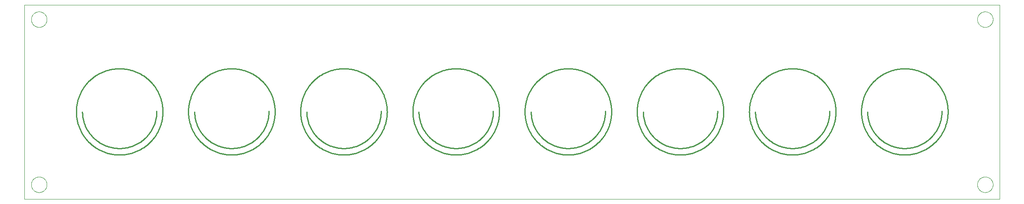
<source format=gto>
G75*
%MOIN*%
%OFA0B0*%
%FSLAX25Y25*%
%IPPOS*%
%LPD*%
%AMOC8*
5,1,8,0,0,1.08239X$1,22.5*
%
%ADD10C,0.00000*%
%ADD11C,0.01000*%
D10*
X0001000Y0001000D02*
X0001000Y0158480D01*
X0788402Y0158480D01*
X0788402Y0001000D01*
X0001000Y0001000D01*
X0006512Y0012811D02*
X0006514Y0012969D01*
X0006520Y0013127D01*
X0006530Y0013285D01*
X0006544Y0013443D01*
X0006562Y0013600D01*
X0006583Y0013757D01*
X0006609Y0013913D01*
X0006639Y0014069D01*
X0006672Y0014224D01*
X0006710Y0014377D01*
X0006751Y0014530D01*
X0006796Y0014682D01*
X0006845Y0014833D01*
X0006898Y0014982D01*
X0006954Y0015130D01*
X0007014Y0015276D01*
X0007078Y0015421D01*
X0007146Y0015564D01*
X0007217Y0015706D01*
X0007291Y0015846D01*
X0007369Y0015983D01*
X0007451Y0016119D01*
X0007535Y0016253D01*
X0007624Y0016384D01*
X0007715Y0016513D01*
X0007810Y0016640D01*
X0007907Y0016765D01*
X0008008Y0016887D01*
X0008112Y0017006D01*
X0008219Y0017123D01*
X0008329Y0017237D01*
X0008442Y0017348D01*
X0008557Y0017457D01*
X0008675Y0017562D01*
X0008796Y0017664D01*
X0008919Y0017764D01*
X0009045Y0017860D01*
X0009173Y0017953D01*
X0009303Y0018043D01*
X0009436Y0018129D01*
X0009571Y0018213D01*
X0009707Y0018292D01*
X0009846Y0018369D01*
X0009987Y0018441D01*
X0010129Y0018511D01*
X0010273Y0018576D01*
X0010419Y0018638D01*
X0010566Y0018696D01*
X0010715Y0018751D01*
X0010865Y0018802D01*
X0011016Y0018849D01*
X0011168Y0018892D01*
X0011321Y0018931D01*
X0011476Y0018967D01*
X0011631Y0018998D01*
X0011787Y0019026D01*
X0011943Y0019050D01*
X0012100Y0019070D01*
X0012258Y0019086D01*
X0012415Y0019098D01*
X0012574Y0019106D01*
X0012732Y0019110D01*
X0012890Y0019110D01*
X0013048Y0019106D01*
X0013207Y0019098D01*
X0013364Y0019086D01*
X0013522Y0019070D01*
X0013679Y0019050D01*
X0013835Y0019026D01*
X0013991Y0018998D01*
X0014146Y0018967D01*
X0014301Y0018931D01*
X0014454Y0018892D01*
X0014606Y0018849D01*
X0014757Y0018802D01*
X0014907Y0018751D01*
X0015056Y0018696D01*
X0015203Y0018638D01*
X0015349Y0018576D01*
X0015493Y0018511D01*
X0015635Y0018441D01*
X0015776Y0018369D01*
X0015915Y0018292D01*
X0016051Y0018213D01*
X0016186Y0018129D01*
X0016319Y0018043D01*
X0016449Y0017953D01*
X0016577Y0017860D01*
X0016703Y0017764D01*
X0016826Y0017664D01*
X0016947Y0017562D01*
X0017065Y0017457D01*
X0017180Y0017348D01*
X0017293Y0017237D01*
X0017403Y0017123D01*
X0017510Y0017006D01*
X0017614Y0016887D01*
X0017715Y0016765D01*
X0017812Y0016640D01*
X0017907Y0016513D01*
X0017998Y0016384D01*
X0018087Y0016253D01*
X0018171Y0016119D01*
X0018253Y0015983D01*
X0018331Y0015846D01*
X0018405Y0015706D01*
X0018476Y0015564D01*
X0018544Y0015421D01*
X0018608Y0015276D01*
X0018668Y0015130D01*
X0018724Y0014982D01*
X0018777Y0014833D01*
X0018826Y0014682D01*
X0018871Y0014530D01*
X0018912Y0014377D01*
X0018950Y0014224D01*
X0018983Y0014069D01*
X0019013Y0013913D01*
X0019039Y0013757D01*
X0019060Y0013600D01*
X0019078Y0013443D01*
X0019092Y0013285D01*
X0019102Y0013127D01*
X0019108Y0012969D01*
X0019110Y0012811D01*
X0019108Y0012653D01*
X0019102Y0012495D01*
X0019092Y0012337D01*
X0019078Y0012179D01*
X0019060Y0012022D01*
X0019039Y0011865D01*
X0019013Y0011709D01*
X0018983Y0011553D01*
X0018950Y0011398D01*
X0018912Y0011245D01*
X0018871Y0011092D01*
X0018826Y0010940D01*
X0018777Y0010789D01*
X0018724Y0010640D01*
X0018668Y0010492D01*
X0018608Y0010346D01*
X0018544Y0010201D01*
X0018476Y0010058D01*
X0018405Y0009916D01*
X0018331Y0009776D01*
X0018253Y0009639D01*
X0018171Y0009503D01*
X0018087Y0009369D01*
X0017998Y0009238D01*
X0017907Y0009109D01*
X0017812Y0008982D01*
X0017715Y0008857D01*
X0017614Y0008735D01*
X0017510Y0008616D01*
X0017403Y0008499D01*
X0017293Y0008385D01*
X0017180Y0008274D01*
X0017065Y0008165D01*
X0016947Y0008060D01*
X0016826Y0007958D01*
X0016703Y0007858D01*
X0016577Y0007762D01*
X0016449Y0007669D01*
X0016319Y0007579D01*
X0016186Y0007493D01*
X0016051Y0007409D01*
X0015915Y0007330D01*
X0015776Y0007253D01*
X0015635Y0007181D01*
X0015493Y0007111D01*
X0015349Y0007046D01*
X0015203Y0006984D01*
X0015056Y0006926D01*
X0014907Y0006871D01*
X0014757Y0006820D01*
X0014606Y0006773D01*
X0014454Y0006730D01*
X0014301Y0006691D01*
X0014146Y0006655D01*
X0013991Y0006624D01*
X0013835Y0006596D01*
X0013679Y0006572D01*
X0013522Y0006552D01*
X0013364Y0006536D01*
X0013207Y0006524D01*
X0013048Y0006516D01*
X0012890Y0006512D01*
X0012732Y0006512D01*
X0012574Y0006516D01*
X0012415Y0006524D01*
X0012258Y0006536D01*
X0012100Y0006552D01*
X0011943Y0006572D01*
X0011787Y0006596D01*
X0011631Y0006624D01*
X0011476Y0006655D01*
X0011321Y0006691D01*
X0011168Y0006730D01*
X0011016Y0006773D01*
X0010865Y0006820D01*
X0010715Y0006871D01*
X0010566Y0006926D01*
X0010419Y0006984D01*
X0010273Y0007046D01*
X0010129Y0007111D01*
X0009987Y0007181D01*
X0009846Y0007253D01*
X0009707Y0007330D01*
X0009571Y0007409D01*
X0009436Y0007493D01*
X0009303Y0007579D01*
X0009173Y0007669D01*
X0009045Y0007762D01*
X0008919Y0007858D01*
X0008796Y0007958D01*
X0008675Y0008060D01*
X0008557Y0008165D01*
X0008442Y0008274D01*
X0008329Y0008385D01*
X0008219Y0008499D01*
X0008112Y0008616D01*
X0008008Y0008735D01*
X0007907Y0008857D01*
X0007810Y0008982D01*
X0007715Y0009109D01*
X0007624Y0009238D01*
X0007535Y0009369D01*
X0007451Y0009503D01*
X0007369Y0009639D01*
X0007291Y0009776D01*
X0007217Y0009916D01*
X0007146Y0010058D01*
X0007078Y0010201D01*
X0007014Y0010346D01*
X0006954Y0010492D01*
X0006898Y0010640D01*
X0006845Y0010789D01*
X0006796Y0010940D01*
X0006751Y0011092D01*
X0006710Y0011245D01*
X0006672Y0011398D01*
X0006639Y0011553D01*
X0006609Y0011709D01*
X0006583Y0011865D01*
X0006562Y0012022D01*
X0006544Y0012179D01*
X0006530Y0012337D01*
X0006520Y0012495D01*
X0006514Y0012653D01*
X0006512Y0012811D01*
X0006512Y0146669D02*
X0006514Y0146827D01*
X0006520Y0146985D01*
X0006530Y0147143D01*
X0006544Y0147301D01*
X0006562Y0147458D01*
X0006583Y0147615D01*
X0006609Y0147771D01*
X0006639Y0147927D01*
X0006672Y0148082D01*
X0006710Y0148235D01*
X0006751Y0148388D01*
X0006796Y0148540D01*
X0006845Y0148691D01*
X0006898Y0148840D01*
X0006954Y0148988D01*
X0007014Y0149134D01*
X0007078Y0149279D01*
X0007146Y0149422D01*
X0007217Y0149564D01*
X0007291Y0149704D01*
X0007369Y0149841D01*
X0007451Y0149977D01*
X0007535Y0150111D01*
X0007624Y0150242D01*
X0007715Y0150371D01*
X0007810Y0150498D01*
X0007907Y0150623D01*
X0008008Y0150745D01*
X0008112Y0150864D01*
X0008219Y0150981D01*
X0008329Y0151095D01*
X0008442Y0151206D01*
X0008557Y0151315D01*
X0008675Y0151420D01*
X0008796Y0151522D01*
X0008919Y0151622D01*
X0009045Y0151718D01*
X0009173Y0151811D01*
X0009303Y0151901D01*
X0009436Y0151987D01*
X0009571Y0152071D01*
X0009707Y0152150D01*
X0009846Y0152227D01*
X0009987Y0152299D01*
X0010129Y0152369D01*
X0010273Y0152434D01*
X0010419Y0152496D01*
X0010566Y0152554D01*
X0010715Y0152609D01*
X0010865Y0152660D01*
X0011016Y0152707D01*
X0011168Y0152750D01*
X0011321Y0152789D01*
X0011476Y0152825D01*
X0011631Y0152856D01*
X0011787Y0152884D01*
X0011943Y0152908D01*
X0012100Y0152928D01*
X0012258Y0152944D01*
X0012415Y0152956D01*
X0012574Y0152964D01*
X0012732Y0152968D01*
X0012890Y0152968D01*
X0013048Y0152964D01*
X0013207Y0152956D01*
X0013364Y0152944D01*
X0013522Y0152928D01*
X0013679Y0152908D01*
X0013835Y0152884D01*
X0013991Y0152856D01*
X0014146Y0152825D01*
X0014301Y0152789D01*
X0014454Y0152750D01*
X0014606Y0152707D01*
X0014757Y0152660D01*
X0014907Y0152609D01*
X0015056Y0152554D01*
X0015203Y0152496D01*
X0015349Y0152434D01*
X0015493Y0152369D01*
X0015635Y0152299D01*
X0015776Y0152227D01*
X0015915Y0152150D01*
X0016051Y0152071D01*
X0016186Y0151987D01*
X0016319Y0151901D01*
X0016449Y0151811D01*
X0016577Y0151718D01*
X0016703Y0151622D01*
X0016826Y0151522D01*
X0016947Y0151420D01*
X0017065Y0151315D01*
X0017180Y0151206D01*
X0017293Y0151095D01*
X0017403Y0150981D01*
X0017510Y0150864D01*
X0017614Y0150745D01*
X0017715Y0150623D01*
X0017812Y0150498D01*
X0017907Y0150371D01*
X0017998Y0150242D01*
X0018087Y0150111D01*
X0018171Y0149977D01*
X0018253Y0149841D01*
X0018331Y0149704D01*
X0018405Y0149564D01*
X0018476Y0149422D01*
X0018544Y0149279D01*
X0018608Y0149134D01*
X0018668Y0148988D01*
X0018724Y0148840D01*
X0018777Y0148691D01*
X0018826Y0148540D01*
X0018871Y0148388D01*
X0018912Y0148235D01*
X0018950Y0148082D01*
X0018983Y0147927D01*
X0019013Y0147771D01*
X0019039Y0147615D01*
X0019060Y0147458D01*
X0019078Y0147301D01*
X0019092Y0147143D01*
X0019102Y0146985D01*
X0019108Y0146827D01*
X0019110Y0146669D01*
X0019108Y0146511D01*
X0019102Y0146353D01*
X0019092Y0146195D01*
X0019078Y0146037D01*
X0019060Y0145880D01*
X0019039Y0145723D01*
X0019013Y0145567D01*
X0018983Y0145411D01*
X0018950Y0145256D01*
X0018912Y0145103D01*
X0018871Y0144950D01*
X0018826Y0144798D01*
X0018777Y0144647D01*
X0018724Y0144498D01*
X0018668Y0144350D01*
X0018608Y0144204D01*
X0018544Y0144059D01*
X0018476Y0143916D01*
X0018405Y0143774D01*
X0018331Y0143634D01*
X0018253Y0143497D01*
X0018171Y0143361D01*
X0018087Y0143227D01*
X0017998Y0143096D01*
X0017907Y0142967D01*
X0017812Y0142840D01*
X0017715Y0142715D01*
X0017614Y0142593D01*
X0017510Y0142474D01*
X0017403Y0142357D01*
X0017293Y0142243D01*
X0017180Y0142132D01*
X0017065Y0142023D01*
X0016947Y0141918D01*
X0016826Y0141816D01*
X0016703Y0141716D01*
X0016577Y0141620D01*
X0016449Y0141527D01*
X0016319Y0141437D01*
X0016186Y0141351D01*
X0016051Y0141267D01*
X0015915Y0141188D01*
X0015776Y0141111D01*
X0015635Y0141039D01*
X0015493Y0140969D01*
X0015349Y0140904D01*
X0015203Y0140842D01*
X0015056Y0140784D01*
X0014907Y0140729D01*
X0014757Y0140678D01*
X0014606Y0140631D01*
X0014454Y0140588D01*
X0014301Y0140549D01*
X0014146Y0140513D01*
X0013991Y0140482D01*
X0013835Y0140454D01*
X0013679Y0140430D01*
X0013522Y0140410D01*
X0013364Y0140394D01*
X0013207Y0140382D01*
X0013048Y0140374D01*
X0012890Y0140370D01*
X0012732Y0140370D01*
X0012574Y0140374D01*
X0012415Y0140382D01*
X0012258Y0140394D01*
X0012100Y0140410D01*
X0011943Y0140430D01*
X0011787Y0140454D01*
X0011631Y0140482D01*
X0011476Y0140513D01*
X0011321Y0140549D01*
X0011168Y0140588D01*
X0011016Y0140631D01*
X0010865Y0140678D01*
X0010715Y0140729D01*
X0010566Y0140784D01*
X0010419Y0140842D01*
X0010273Y0140904D01*
X0010129Y0140969D01*
X0009987Y0141039D01*
X0009846Y0141111D01*
X0009707Y0141188D01*
X0009571Y0141267D01*
X0009436Y0141351D01*
X0009303Y0141437D01*
X0009173Y0141527D01*
X0009045Y0141620D01*
X0008919Y0141716D01*
X0008796Y0141816D01*
X0008675Y0141918D01*
X0008557Y0142023D01*
X0008442Y0142132D01*
X0008329Y0142243D01*
X0008219Y0142357D01*
X0008112Y0142474D01*
X0008008Y0142593D01*
X0007907Y0142715D01*
X0007810Y0142840D01*
X0007715Y0142967D01*
X0007624Y0143096D01*
X0007535Y0143227D01*
X0007451Y0143361D01*
X0007369Y0143497D01*
X0007291Y0143634D01*
X0007217Y0143774D01*
X0007146Y0143916D01*
X0007078Y0144059D01*
X0007014Y0144204D01*
X0006954Y0144350D01*
X0006898Y0144498D01*
X0006845Y0144647D01*
X0006796Y0144798D01*
X0006751Y0144950D01*
X0006710Y0145103D01*
X0006672Y0145256D01*
X0006639Y0145411D01*
X0006609Y0145567D01*
X0006583Y0145723D01*
X0006562Y0145880D01*
X0006544Y0146037D01*
X0006530Y0146195D01*
X0006520Y0146353D01*
X0006514Y0146511D01*
X0006512Y0146669D01*
X0770292Y0146669D02*
X0770294Y0146827D01*
X0770300Y0146985D01*
X0770310Y0147143D01*
X0770324Y0147301D01*
X0770342Y0147458D01*
X0770363Y0147615D01*
X0770389Y0147771D01*
X0770419Y0147927D01*
X0770452Y0148082D01*
X0770490Y0148235D01*
X0770531Y0148388D01*
X0770576Y0148540D01*
X0770625Y0148691D01*
X0770678Y0148840D01*
X0770734Y0148988D01*
X0770794Y0149134D01*
X0770858Y0149279D01*
X0770926Y0149422D01*
X0770997Y0149564D01*
X0771071Y0149704D01*
X0771149Y0149841D01*
X0771231Y0149977D01*
X0771315Y0150111D01*
X0771404Y0150242D01*
X0771495Y0150371D01*
X0771590Y0150498D01*
X0771687Y0150623D01*
X0771788Y0150745D01*
X0771892Y0150864D01*
X0771999Y0150981D01*
X0772109Y0151095D01*
X0772222Y0151206D01*
X0772337Y0151315D01*
X0772455Y0151420D01*
X0772576Y0151522D01*
X0772699Y0151622D01*
X0772825Y0151718D01*
X0772953Y0151811D01*
X0773083Y0151901D01*
X0773216Y0151987D01*
X0773351Y0152071D01*
X0773487Y0152150D01*
X0773626Y0152227D01*
X0773767Y0152299D01*
X0773909Y0152369D01*
X0774053Y0152434D01*
X0774199Y0152496D01*
X0774346Y0152554D01*
X0774495Y0152609D01*
X0774645Y0152660D01*
X0774796Y0152707D01*
X0774948Y0152750D01*
X0775101Y0152789D01*
X0775256Y0152825D01*
X0775411Y0152856D01*
X0775567Y0152884D01*
X0775723Y0152908D01*
X0775880Y0152928D01*
X0776038Y0152944D01*
X0776195Y0152956D01*
X0776354Y0152964D01*
X0776512Y0152968D01*
X0776670Y0152968D01*
X0776828Y0152964D01*
X0776987Y0152956D01*
X0777144Y0152944D01*
X0777302Y0152928D01*
X0777459Y0152908D01*
X0777615Y0152884D01*
X0777771Y0152856D01*
X0777926Y0152825D01*
X0778081Y0152789D01*
X0778234Y0152750D01*
X0778386Y0152707D01*
X0778537Y0152660D01*
X0778687Y0152609D01*
X0778836Y0152554D01*
X0778983Y0152496D01*
X0779129Y0152434D01*
X0779273Y0152369D01*
X0779415Y0152299D01*
X0779556Y0152227D01*
X0779695Y0152150D01*
X0779831Y0152071D01*
X0779966Y0151987D01*
X0780099Y0151901D01*
X0780229Y0151811D01*
X0780357Y0151718D01*
X0780483Y0151622D01*
X0780606Y0151522D01*
X0780727Y0151420D01*
X0780845Y0151315D01*
X0780960Y0151206D01*
X0781073Y0151095D01*
X0781183Y0150981D01*
X0781290Y0150864D01*
X0781394Y0150745D01*
X0781495Y0150623D01*
X0781592Y0150498D01*
X0781687Y0150371D01*
X0781778Y0150242D01*
X0781867Y0150111D01*
X0781951Y0149977D01*
X0782033Y0149841D01*
X0782111Y0149704D01*
X0782185Y0149564D01*
X0782256Y0149422D01*
X0782324Y0149279D01*
X0782388Y0149134D01*
X0782448Y0148988D01*
X0782504Y0148840D01*
X0782557Y0148691D01*
X0782606Y0148540D01*
X0782651Y0148388D01*
X0782692Y0148235D01*
X0782730Y0148082D01*
X0782763Y0147927D01*
X0782793Y0147771D01*
X0782819Y0147615D01*
X0782840Y0147458D01*
X0782858Y0147301D01*
X0782872Y0147143D01*
X0782882Y0146985D01*
X0782888Y0146827D01*
X0782890Y0146669D01*
X0782888Y0146511D01*
X0782882Y0146353D01*
X0782872Y0146195D01*
X0782858Y0146037D01*
X0782840Y0145880D01*
X0782819Y0145723D01*
X0782793Y0145567D01*
X0782763Y0145411D01*
X0782730Y0145256D01*
X0782692Y0145103D01*
X0782651Y0144950D01*
X0782606Y0144798D01*
X0782557Y0144647D01*
X0782504Y0144498D01*
X0782448Y0144350D01*
X0782388Y0144204D01*
X0782324Y0144059D01*
X0782256Y0143916D01*
X0782185Y0143774D01*
X0782111Y0143634D01*
X0782033Y0143497D01*
X0781951Y0143361D01*
X0781867Y0143227D01*
X0781778Y0143096D01*
X0781687Y0142967D01*
X0781592Y0142840D01*
X0781495Y0142715D01*
X0781394Y0142593D01*
X0781290Y0142474D01*
X0781183Y0142357D01*
X0781073Y0142243D01*
X0780960Y0142132D01*
X0780845Y0142023D01*
X0780727Y0141918D01*
X0780606Y0141816D01*
X0780483Y0141716D01*
X0780357Y0141620D01*
X0780229Y0141527D01*
X0780099Y0141437D01*
X0779966Y0141351D01*
X0779831Y0141267D01*
X0779695Y0141188D01*
X0779556Y0141111D01*
X0779415Y0141039D01*
X0779273Y0140969D01*
X0779129Y0140904D01*
X0778983Y0140842D01*
X0778836Y0140784D01*
X0778687Y0140729D01*
X0778537Y0140678D01*
X0778386Y0140631D01*
X0778234Y0140588D01*
X0778081Y0140549D01*
X0777926Y0140513D01*
X0777771Y0140482D01*
X0777615Y0140454D01*
X0777459Y0140430D01*
X0777302Y0140410D01*
X0777144Y0140394D01*
X0776987Y0140382D01*
X0776828Y0140374D01*
X0776670Y0140370D01*
X0776512Y0140370D01*
X0776354Y0140374D01*
X0776195Y0140382D01*
X0776038Y0140394D01*
X0775880Y0140410D01*
X0775723Y0140430D01*
X0775567Y0140454D01*
X0775411Y0140482D01*
X0775256Y0140513D01*
X0775101Y0140549D01*
X0774948Y0140588D01*
X0774796Y0140631D01*
X0774645Y0140678D01*
X0774495Y0140729D01*
X0774346Y0140784D01*
X0774199Y0140842D01*
X0774053Y0140904D01*
X0773909Y0140969D01*
X0773767Y0141039D01*
X0773626Y0141111D01*
X0773487Y0141188D01*
X0773351Y0141267D01*
X0773216Y0141351D01*
X0773083Y0141437D01*
X0772953Y0141527D01*
X0772825Y0141620D01*
X0772699Y0141716D01*
X0772576Y0141816D01*
X0772455Y0141918D01*
X0772337Y0142023D01*
X0772222Y0142132D01*
X0772109Y0142243D01*
X0771999Y0142357D01*
X0771892Y0142474D01*
X0771788Y0142593D01*
X0771687Y0142715D01*
X0771590Y0142840D01*
X0771495Y0142967D01*
X0771404Y0143096D01*
X0771315Y0143227D01*
X0771231Y0143361D01*
X0771149Y0143497D01*
X0771071Y0143634D01*
X0770997Y0143774D01*
X0770926Y0143916D01*
X0770858Y0144059D01*
X0770794Y0144204D01*
X0770734Y0144350D01*
X0770678Y0144498D01*
X0770625Y0144647D01*
X0770576Y0144798D01*
X0770531Y0144950D01*
X0770490Y0145103D01*
X0770452Y0145256D01*
X0770419Y0145411D01*
X0770389Y0145567D01*
X0770363Y0145723D01*
X0770342Y0145880D01*
X0770324Y0146037D01*
X0770310Y0146195D01*
X0770300Y0146353D01*
X0770294Y0146511D01*
X0770292Y0146669D01*
X0770292Y0012811D02*
X0770294Y0012969D01*
X0770300Y0013127D01*
X0770310Y0013285D01*
X0770324Y0013443D01*
X0770342Y0013600D01*
X0770363Y0013757D01*
X0770389Y0013913D01*
X0770419Y0014069D01*
X0770452Y0014224D01*
X0770490Y0014377D01*
X0770531Y0014530D01*
X0770576Y0014682D01*
X0770625Y0014833D01*
X0770678Y0014982D01*
X0770734Y0015130D01*
X0770794Y0015276D01*
X0770858Y0015421D01*
X0770926Y0015564D01*
X0770997Y0015706D01*
X0771071Y0015846D01*
X0771149Y0015983D01*
X0771231Y0016119D01*
X0771315Y0016253D01*
X0771404Y0016384D01*
X0771495Y0016513D01*
X0771590Y0016640D01*
X0771687Y0016765D01*
X0771788Y0016887D01*
X0771892Y0017006D01*
X0771999Y0017123D01*
X0772109Y0017237D01*
X0772222Y0017348D01*
X0772337Y0017457D01*
X0772455Y0017562D01*
X0772576Y0017664D01*
X0772699Y0017764D01*
X0772825Y0017860D01*
X0772953Y0017953D01*
X0773083Y0018043D01*
X0773216Y0018129D01*
X0773351Y0018213D01*
X0773487Y0018292D01*
X0773626Y0018369D01*
X0773767Y0018441D01*
X0773909Y0018511D01*
X0774053Y0018576D01*
X0774199Y0018638D01*
X0774346Y0018696D01*
X0774495Y0018751D01*
X0774645Y0018802D01*
X0774796Y0018849D01*
X0774948Y0018892D01*
X0775101Y0018931D01*
X0775256Y0018967D01*
X0775411Y0018998D01*
X0775567Y0019026D01*
X0775723Y0019050D01*
X0775880Y0019070D01*
X0776038Y0019086D01*
X0776195Y0019098D01*
X0776354Y0019106D01*
X0776512Y0019110D01*
X0776670Y0019110D01*
X0776828Y0019106D01*
X0776987Y0019098D01*
X0777144Y0019086D01*
X0777302Y0019070D01*
X0777459Y0019050D01*
X0777615Y0019026D01*
X0777771Y0018998D01*
X0777926Y0018967D01*
X0778081Y0018931D01*
X0778234Y0018892D01*
X0778386Y0018849D01*
X0778537Y0018802D01*
X0778687Y0018751D01*
X0778836Y0018696D01*
X0778983Y0018638D01*
X0779129Y0018576D01*
X0779273Y0018511D01*
X0779415Y0018441D01*
X0779556Y0018369D01*
X0779695Y0018292D01*
X0779831Y0018213D01*
X0779966Y0018129D01*
X0780099Y0018043D01*
X0780229Y0017953D01*
X0780357Y0017860D01*
X0780483Y0017764D01*
X0780606Y0017664D01*
X0780727Y0017562D01*
X0780845Y0017457D01*
X0780960Y0017348D01*
X0781073Y0017237D01*
X0781183Y0017123D01*
X0781290Y0017006D01*
X0781394Y0016887D01*
X0781495Y0016765D01*
X0781592Y0016640D01*
X0781687Y0016513D01*
X0781778Y0016384D01*
X0781867Y0016253D01*
X0781951Y0016119D01*
X0782033Y0015983D01*
X0782111Y0015846D01*
X0782185Y0015706D01*
X0782256Y0015564D01*
X0782324Y0015421D01*
X0782388Y0015276D01*
X0782448Y0015130D01*
X0782504Y0014982D01*
X0782557Y0014833D01*
X0782606Y0014682D01*
X0782651Y0014530D01*
X0782692Y0014377D01*
X0782730Y0014224D01*
X0782763Y0014069D01*
X0782793Y0013913D01*
X0782819Y0013757D01*
X0782840Y0013600D01*
X0782858Y0013443D01*
X0782872Y0013285D01*
X0782882Y0013127D01*
X0782888Y0012969D01*
X0782890Y0012811D01*
X0782888Y0012653D01*
X0782882Y0012495D01*
X0782872Y0012337D01*
X0782858Y0012179D01*
X0782840Y0012022D01*
X0782819Y0011865D01*
X0782793Y0011709D01*
X0782763Y0011553D01*
X0782730Y0011398D01*
X0782692Y0011245D01*
X0782651Y0011092D01*
X0782606Y0010940D01*
X0782557Y0010789D01*
X0782504Y0010640D01*
X0782448Y0010492D01*
X0782388Y0010346D01*
X0782324Y0010201D01*
X0782256Y0010058D01*
X0782185Y0009916D01*
X0782111Y0009776D01*
X0782033Y0009639D01*
X0781951Y0009503D01*
X0781867Y0009369D01*
X0781778Y0009238D01*
X0781687Y0009109D01*
X0781592Y0008982D01*
X0781495Y0008857D01*
X0781394Y0008735D01*
X0781290Y0008616D01*
X0781183Y0008499D01*
X0781073Y0008385D01*
X0780960Y0008274D01*
X0780845Y0008165D01*
X0780727Y0008060D01*
X0780606Y0007958D01*
X0780483Y0007858D01*
X0780357Y0007762D01*
X0780229Y0007669D01*
X0780099Y0007579D01*
X0779966Y0007493D01*
X0779831Y0007409D01*
X0779695Y0007330D01*
X0779556Y0007253D01*
X0779415Y0007181D01*
X0779273Y0007111D01*
X0779129Y0007046D01*
X0778983Y0006984D01*
X0778836Y0006926D01*
X0778687Y0006871D01*
X0778537Y0006820D01*
X0778386Y0006773D01*
X0778234Y0006730D01*
X0778081Y0006691D01*
X0777926Y0006655D01*
X0777771Y0006624D01*
X0777615Y0006596D01*
X0777459Y0006572D01*
X0777302Y0006552D01*
X0777144Y0006536D01*
X0776987Y0006524D01*
X0776828Y0006516D01*
X0776670Y0006512D01*
X0776512Y0006512D01*
X0776354Y0006516D01*
X0776195Y0006524D01*
X0776038Y0006536D01*
X0775880Y0006552D01*
X0775723Y0006572D01*
X0775567Y0006596D01*
X0775411Y0006624D01*
X0775256Y0006655D01*
X0775101Y0006691D01*
X0774948Y0006730D01*
X0774796Y0006773D01*
X0774645Y0006820D01*
X0774495Y0006871D01*
X0774346Y0006926D01*
X0774199Y0006984D01*
X0774053Y0007046D01*
X0773909Y0007111D01*
X0773767Y0007181D01*
X0773626Y0007253D01*
X0773487Y0007330D01*
X0773351Y0007409D01*
X0773216Y0007493D01*
X0773083Y0007579D01*
X0772953Y0007669D01*
X0772825Y0007762D01*
X0772699Y0007858D01*
X0772576Y0007958D01*
X0772455Y0008060D01*
X0772337Y0008165D01*
X0772222Y0008274D01*
X0772109Y0008385D01*
X0771999Y0008499D01*
X0771892Y0008616D01*
X0771788Y0008735D01*
X0771687Y0008857D01*
X0771590Y0008982D01*
X0771495Y0009109D01*
X0771404Y0009238D01*
X0771315Y0009369D01*
X0771231Y0009503D01*
X0771149Y0009639D01*
X0771071Y0009776D01*
X0770997Y0009916D01*
X0770926Y0010058D01*
X0770858Y0010201D01*
X0770794Y0010346D01*
X0770734Y0010492D01*
X0770678Y0010640D01*
X0770625Y0010789D01*
X0770576Y0010940D01*
X0770531Y0011092D01*
X0770490Y0011245D01*
X0770452Y0011398D01*
X0770419Y0011553D01*
X0770389Y0011709D01*
X0770363Y0011865D01*
X0770342Y0012022D01*
X0770324Y0012179D01*
X0770310Y0012337D01*
X0770300Y0012495D01*
X0770294Y0012653D01*
X0770292Y0012811D01*
D11*
X0676691Y0071866D02*
X0676702Y0072723D01*
X0676733Y0073580D01*
X0676786Y0074436D01*
X0676859Y0075291D01*
X0676954Y0076143D01*
X0677069Y0076993D01*
X0677205Y0077839D01*
X0677362Y0078682D01*
X0677540Y0079521D01*
X0677738Y0080355D01*
X0677957Y0081185D01*
X0678195Y0082008D01*
X0678454Y0082826D01*
X0678733Y0083637D01*
X0679032Y0084440D01*
X0679351Y0085237D01*
X0679688Y0086025D01*
X0680046Y0086804D01*
X0680422Y0087575D01*
X0680817Y0088336D01*
X0681230Y0089087D01*
X0681662Y0089828D01*
X0682112Y0090558D01*
X0682579Y0091277D01*
X0683064Y0091984D01*
X0683567Y0092679D01*
X0684086Y0093362D01*
X0684622Y0094031D01*
X0685174Y0094687D01*
X0685742Y0095330D01*
X0686326Y0095958D01*
X0686924Y0096572D01*
X0687538Y0097170D01*
X0688166Y0097754D01*
X0688809Y0098322D01*
X0689465Y0098874D01*
X0690134Y0099410D01*
X0690817Y0099929D01*
X0691512Y0100432D01*
X0692219Y0100917D01*
X0692938Y0101384D01*
X0693668Y0101834D01*
X0694409Y0102266D01*
X0695160Y0102679D01*
X0695921Y0103074D01*
X0696692Y0103450D01*
X0697471Y0103808D01*
X0698259Y0104145D01*
X0699056Y0104464D01*
X0699859Y0104763D01*
X0700670Y0105042D01*
X0701488Y0105301D01*
X0702311Y0105539D01*
X0703141Y0105758D01*
X0703975Y0105956D01*
X0704814Y0106134D01*
X0705657Y0106291D01*
X0706503Y0106427D01*
X0707353Y0106542D01*
X0708205Y0106637D01*
X0709060Y0106710D01*
X0709916Y0106763D01*
X0710773Y0106794D01*
X0711630Y0106805D01*
X0712487Y0106794D01*
X0713344Y0106763D01*
X0714200Y0106710D01*
X0715055Y0106637D01*
X0715907Y0106542D01*
X0716757Y0106427D01*
X0717603Y0106291D01*
X0718446Y0106134D01*
X0719285Y0105956D01*
X0720119Y0105758D01*
X0720949Y0105539D01*
X0721772Y0105301D01*
X0722590Y0105042D01*
X0723401Y0104763D01*
X0724204Y0104464D01*
X0725001Y0104145D01*
X0725789Y0103808D01*
X0726568Y0103450D01*
X0727339Y0103074D01*
X0728100Y0102679D01*
X0728851Y0102266D01*
X0729592Y0101834D01*
X0730322Y0101384D01*
X0731041Y0100917D01*
X0731748Y0100432D01*
X0732443Y0099929D01*
X0733126Y0099410D01*
X0733795Y0098874D01*
X0734451Y0098322D01*
X0735094Y0097754D01*
X0735722Y0097170D01*
X0736336Y0096572D01*
X0736934Y0095958D01*
X0737518Y0095330D01*
X0738086Y0094687D01*
X0738638Y0094031D01*
X0739174Y0093362D01*
X0739693Y0092679D01*
X0740196Y0091984D01*
X0740681Y0091277D01*
X0741148Y0090558D01*
X0741598Y0089828D01*
X0742030Y0089087D01*
X0742443Y0088336D01*
X0742838Y0087575D01*
X0743214Y0086804D01*
X0743572Y0086025D01*
X0743909Y0085237D01*
X0744228Y0084440D01*
X0744527Y0083637D01*
X0744806Y0082826D01*
X0745065Y0082008D01*
X0745303Y0081185D01*
X0745522Y0080355D01*
X0745720Y0079521D01*
X0745898Y0078682D01*
X0746055Y0077839D01*
X0746191Y0076993D01*
X0746306Y0076143D01*
X0746401Y0075291D01*
X0746474Y0074436D01*
X0746527Y0073580D01*
X0746558Y0072723D01*
X0746569Y0071866D01*
X0746558Y0071009D01*
X0746527Y0070152D01*
X0746474Y0069296D01*
X0746401Y0068441D01*
X0746306Y0067589D01*
X0746191Y0066739D01*
X0746055Y0065893D01*
X0745898Y0065050D01*
X0745720Y0064211D01*
X0745522Y0063377D01*
X0745303Y0062547D01*
X0745065Y0061724D01*
X0744806Y0060906D01*
X0744527Y0060095D01*
X0744228Y0059292D01*
X0743909Y0058495D01*
X0743572Y0057707D01*
X0743214Y0056928D01*
X0742838Y0056157D01*
X0742443Y0055396D01*
X0742030Y0054645D01*
X0741598Y0053904D01*
X0741148Y0053174D01*
X0740681Y0052455D01*
X0740196Y0051748D01*
X0739693Y0051053D01*
X0739174Y0050370D01*
X0738638Y0049701D01*
X0738086Y0049045D01*
X0737518Y0048402D01*
X0736934Y0047774D01*
X0736336Y0047160D01*
X0735722Y0046562D01*
X0735094Y0045978D01*
X0734451Y0045410D01*
X0733795Y0044858D01*
X0733126Y0044322D01*
X0732443Y0043803D01*
X0731748Y0043300D01*
X0731041Y0042815D01*
X0730322Y0042348D01*
X0729592Y0041898D01*
X0728851Y0041466D01*
X0728100Y0041053D01*
X0727339Y0040658D01*
X0726568Y0040282D01*
X0725789Y0039924D01*
X0725001Y0039587D01*
X0724204Y0039268D01*
X0723401Y0038969D01*
X0722590Y0038690D01*
X0721772Y0038431D01*
X0720949Y0038193D01*
X0720119Y0037974D01*
X0719285Y0037776D01*
X0718446Y0037598D01*
X0717603Y0037441D01*
X0716757Y0037305D01*
X0715907Y0037190D01*
X0715055Y0037095D01*
X0714200Y0037022D01*
X0713344Y0036969D01*
X0712487Y0036938D01*
X0711630Y0036927D01*
X0710773Y0036938D01*
X0709916Y0036969D01*
X0709060Y0037022D01*
X0708205Y0037095D01*
X0707353Y0037190D01*
X0706503Y0037305D01*
X0705657Y0037441D01*
X0704814Y0037598D01*
X0703975Y0037776D01*
X0703141Y0037974D01*
X0702311Y0038193D01*
X0701488Y0038431D01*
X0700670Y0038690D01*
X0699859Y0038969D01*
X0699056Y0039268D01*
X0698259Y0039587D01*
X0697471Y0039924D01*
X0696692Y0040282D01*
X0695921Y0040658D01*
X0695160Y0041053D01*
X0694409Y0041466D01*
X0693668Y0041898D01*
X0692938Y0042348D01*
X0692219Y0042815D01*
X0691512Y0043300D01*
X0690817Y0043803D01*
X0690134Y0044322D01*
X0689465Y0044858D01*
X0688809Y0045410D01*
X0688166Y0045978D01*
X0687538Y0046562D01*
X0686924Y0047160D01*
X0686326Y0047774D01*
X0685742Y0048402D01*
X0685174Y0049045D01*
X0684622Y0049701D01*
X0684086Y0050370D01*
X0683567Y0051053D01*
X0683064Y0051748D01*
X0682579Y0052455D01*
X0682112Y0053174D01*
X0681662Y0053904D01*
X0681230Y0054645D01*
X0680817Y0055396D01*
X0680422Y0056157D01*
X0680046Y0056928D01*
X0679688Y0057707D01*
X0679351Y0058495D01*
X0679032Y0059292D01*
X0678733Y0060095D01*
X0678454Y0060906D01*
X0678195Y0061724D01*
X0677957Y0062547D01*
X0677738Y0063377D01*
X0677540Y0064211D01*
X0677362Y0065050D01*
X0677205Y0065893D01*
X0677069Y0066739D01*
X0676954Y0067589D01*
X0676859Y0068441D01*
X0676786Y0069296D01*
X0676733Y0070152D01*
X0676702Y0071009D01*
X0676691Y0071866D01*
X0681630Y0071866D02*
X0681646Y0071136D01*
X0681680Y0070406D01*
X0681732Y0069677D01*
X0681802Y0068950D01*
X0681890Y0068225D01*
X0681995Y0067502D01*
X0682118Y0066781D01*
X0682258Y0066064D01*
X0682415Y0065351D01*
X0682590Y0064642D01*
X0682782Y0063937D01*
X0682992Y0063237D01*
X0683218Y0062542D01*
X0683461Y0061853D01*
X0683721Y0061170D01*
X0683997Y0060494D01*
X0684290Y0059824D01*
X0684599Y0059162D01*
X0684924Y0058508D01*
X0685265Y0057861D01*
X0685621Y0057224D01*
X0685993Y0056595D01*
X0686380Y0055975D01*
X0686782Y0055365D01*
X0687199Y0054765D01*
X0687630Y0054175D01*
X0688076Y0053596D01*
X0688535Y0053028D01*
X0689009Y0052471D01*
X0689495Y0051926D01*
X0689995Y0051393D01*
X0690507Y0050873D01*
X0691033Y0050365D01*
X0691570Y0049870D01*
X0692119Y0049388D01*
X0692680Y0048919D01*
X0693252Y0048465D01*
X0693835Y0048024D01*
X0694428Y0047598D01*
X0695032Y0047187D01*
X0695645Y0046790D01*
X0696268Y0046408D01*
X0696901Y0046042D01*
X0697541Y0045691D01*
X0698191Y0045355D01*
X0698848Y0045036D01*
X0699512Y0044733D01*
X0700184Y0044446D01*
X0700863Y0044176D01*
X0701548Y0043922D01*
X0702239Y0043685D01*
X0702936Y0043464D01*
X0703638Y0043261D01*
X0704344Y0043075D01*
X0705055Y0042906D01*
X0705770Y0042755D01*
X0706488Y0042621D01*
X0707210Y0042504D01*
X0707933Y0042406D01*
X0708660Y0042324D01*
X0709387Y0042261D01*
X0710117Y0042215D01*
X0710847Y0042187D01*
X0711577Y0042177D01*
X0712308Y0042185D01*
X0713038Y0042210D01*
X0713767Y0042253D01*
X0714496Y0042314D01*
X0715222Y0042393D01*
X0715946Y0042489D01*
X0716668Y0042603D01*
X0717387Y0042734D01*
X0718102Y0042883D01*
X0718813Y0043050D01*
X0719521Y0043233D01*
X0720223Y0043434D01*
X0720920Y0043652D01*
X0721612Y0043886D01*
X0722298Y0044138D01*
X0722978Y0044406D01*
X0723651Y0044691D01*
X0724317Y0044991D01*
X0724975Y0045308D01*
X0725625Y0045641D01*
X0726268Y0045990D01*
X0726901Y0046354D01*
X0727525Y0046734D01*
X0728140Y0047128D01*
X0728745Y0047538D01*
X0729340Y0047962D01*
X0729925Y0048400D01*
X0730498Y0048853D01*
X0731061Y0049319D01*
X0731612Y0049799D01*
X0732151Y0050292D01*
X0732678Y0050799D01*
X0733192Y0051317D01*
X0733694Y0051849D01*
X0734182Y0052392D01*
X0734657Y0052947D01*
X0735119Y0053513D01*
X0735566Y0054091D01*
X0736000Y0054679D01*
X0736419Y0055278D01*
X0736823Y0055886D01*
X0737212Y0056505D01*
X0737586Y0057132D01*
X0737945Y0057769D01*
X0738288Y0058414D01*
X0738615Y0059067D01*
X0738926Y0059728D01*
X0739222Y0060397D01*
X0739500Y0061072D01*
X0739763Y0061754D01*
X0740008Y0062442D01*
X0740237Y0063136D01*
X0740448Y0063835D01*
X0740643Y0064539D01*
X0740820Y0065248D01*
X0740981Y0065961D01*
X0741123Y0066678D01*
X0741249Y0067398D01*
X0741356Y0068120D01*
X0741446Y0068845D01*
X0741519Y0069572D01*
X0741573Y0070301D01*
X0741610Y0071031D01*
X0741629Y0071761D01*
X0741630Y0072492D01*
X0651079Y0072492D02*
X0651078Y0071761D01*
X0651059Y0071031D01*
X0651022Y0070301D01*
X0650968Y0069572D01*
X0650895Y0068845D01*
X0650805Y0068120D01*
X0650698Y0067398D01*
X0650572Y0066678D01*
X0650430Y0065961D01*
X0650269Y0065248D01*
X0650092Y0064539D01*
X0649897Y0063835D01*
X0649686Y0063136D01*
X0649457Y0062442D01*
X0649212Y0061754D01*
X0648949Y0061072D01*
X0648671Y0060397D01*
X0648375Y0059728D01*
X0648064Y0059067D01*
X0647737Y0058414D01*
X0647394Y0057769D01*
X0647035Y0057132D01*
X0646661Y0056505D01*
X0646272Y0055886D01*
X0645868Y0055278D01*
X0645449Y0054679D01*
X0645015Y0054091D01*
X0644568Y0053513D01*
X0644106Y0052947D01*
X0643631Y0052392D01*
X0643143Y0051849D01*
X0642641Y0051317D01*
X0642127Y0050799D01*
X0641600Y0050292D01*
X0641061Y0049799D01*
X0640510Y0049319D01*
X0639947Y0048853D01*
X0639374Y0048400D01*
X0638789Y0047962D01*
X0638194Y0047538D01*
X0637589Y0047128D01*
X0636974Y0046734D01*
X0636350Y0046354D01*
X0635717Y0045990D01*
X0635074Y0045641D01*
X0634424Y0045308D01*
X0633766Y0044991D01*
X0633100Y0044691D01*
X0632427Y0044406D01*
X0631747Y0044138D01*
X0631061Y0043886D01*
X0630369Y0043652D01*
X0629672Y0043434D01*
X0628970Y0043233D01*
X0628262Y0043050D01*
X0627551Y0042883D01*
X0626836Y0042734D01*
X0626117Y0042603D01*
X0625395Y0042489D01*
X0624671Y0042393D01*
X0623945Y0042314D01*
X0623216Y0042253D01*
X0622487Y0042210D01*
X0621757Y0042185D01*
X0621026Y0042177D01*
X0620296Y0042187D01*
X0619566Y0042215D01*
X0618836Y0042261D01*
X0618109Y0042324D01*
X0617382Y0042406D01*
X0616659Y0042504D01*
X0615937Y0042621D01*
X0615219Y0042755D01*
X0614504Y0042906D01*
X0613793Y0043075D01*
X0613087Y0043261D01*
X0612385Y0043464D01*
X0611688Y0043685D01*
X0610997Y0043922D01*
X0610312Y0044176D01*
X0609633Y0044446D01*
X0608961Y0044733D01*
X0608297Y0045036D01*
X0607640Y0045355D01*
X0606990Y0045691D01*
X0606350Y0046042D01*
X0605717Y0046408D01*
X0605094Y0046790D01*
X0604481Y0047187D01*
X0603877Y0047598D01*
X0603284Y0048024D01*
X0602701Y0048465D01*
X0602129Y0048919D01*
X0601568Y0049388D01*
X0601019Y0049870D01*
X0600482Y0050365D01*
X0599956Y0050873D01*
X0599444Y0051393D01*
X0598944Y0051926D01*
X0598458Y0052471D01*
X0597984Y0053028D01*
X0597525Y0053596D01*
X0597079Y0054175D01*
X0596648Y0054765D01*
X0596231Y0055365D01*
X0595829Y0055975D01*
X0595442Y0056595D01*
X0595070Y0057224D01*
X0594714Y0057861D01*
X0594373Y0058508D01*
X0594048Y0059162D01*
X0593739Y0059824D01*
X0593446Y0060494D01*
X0593170Y0061170D01*
X0592910Y0061853D01*
X0592667Y0062542D01*
X0592441Y0063237D01*
X0592231Y0063937D01*
X0592039Y0064642D01*
X0591864Y0065351D01*
X0591707Y0066064D01*
X0591567Y0066781D01*
X0591444Y0067502D01*
X0591339Y0068225D01*
X0591251Y0068950D01*
X0591181Y0069677D01*
X0591129Y0070406D01*
X0591095Y0071136D01*
X0591079Y0071866D01*
X0586140Y0071866D02*
X0586151Y0072723D01*
X0586182Y0073580D01*
X0586235Y0074436D01*
X0586308Y0075291D01*
X0586403Y0076143D01*
X0586518Y0076993D01*
X0586654Y0077839D01*
X0586811Y0078682D01*
X0586989Y0079521D01*
X0587187Y0080355D01*
X0587406Y0081185D01*
X0587644Y0082008D01*
X0587903Y0082826D01*
X0588182Y0083637D01*
X0588481Y0084440D01*
X0588800Y0085237D01*
X0589137Y0086025D01*
X0589495Y0086804D01*
X0589871Y0087575D01*
X0590266Y0088336D01*
X0590679Y0089087D01*
X0591111Y0089828D01*
X0591561Y0090558D01*
X0592028Y0091277D01*
X0592513Y0091984D01*
X0593016Y0092679D01*
X0593535Y0093362D01*
X0594071Y0094031D01*
X0594623Y0094687D01*
X0595191Y0095330D01*
X0595775Y0095958D01*
X0596373Y0096572D01*
X0596987Y0097170D01*
X0597615Y0097754D01*
X0598258Y0098322D01*
X0598914Y0098874D01*
X0599583Y0099410D01*
X0600266Y0099929D01*
X0600961Y0100432D01*
X0601668Y0100917D01*
X0602387Y0101384D01*
X0603117Y0101834D01*
X0603858Y0102266D01*
X0604609Y0102679D01*
X0605370Y0103074D01*
X0606141Y0103450D01*
X0606920Y0103808D01*
X0607708Y0104145D01*
X0608505Y0104464D01*
X0609308Y0104763D01*
X0610119Y0105042D01*
X0610937Y0105301D01*
X0611760Y0105539D01*
X0612590Y0105758D01*
X0613424Y0105956D01*
X0614263Y0106134D01*
X0615106Y0106291D01*
X0615952Y0106427D01*
X0616802Y0106542D01*
X0617654Y0106637D01*
X0618509Y0106710D01*
X0619365Y0106763D01*
X0620222Y0106794D01*
X0621079Y0106805D01*
X0621936Y0106794D01*
X0622793Y0106763D01*
X0623649Y0106710D01*
X0624504Y0106637D01*
X0625356Y0106542D01*
X0626206Y0106427D01*
X0627052Y0106291D01*
X0627895Y0106134D01*
X0628734Y0105956D01*
X0629568Y0105758D01*
X0630398Y0105539D01*
X0631221Y0105301D01*
X0632039Y0105042D01*
X0632850Y0104763D01*
X0633653Y0104464D01*
X0634450Y0104145D01*
X0635238Y0103808D01*
X0636017Y0103450D01*
X0636788Y0103074D01*
X0637549Y0102679D01*
X0638300Y0102266D01*
X0639041Y0101834D01*
X0639771Y0101384D01*
X0640490Y0100917D01*
X0641197Y0100432D01*
X0641892Y0099929D01*
X0642575Y0099410D01*
X0643244Y0098874D01*
X0643900Y0098322D01*
X0644543Y0097754D01*
X0645171Y0097170D01*
X0645785Y0096572D01*
X0646383Y0095958D01*
X0646967Y0095330D01*
X0647535Y0094687D01*
X0648087Y0094031D01*
X0648623Y0093362D01*
X0649142Y0092679D01*
X0649645Y0091984D01*
X0650130Y0091277D01*
X0650597Y0090558D01*
X0651047Y0089828D01*
X0651479Y0089087D01*
X0651892Y0088336D01*
X0652287Y0087575D01*
X0652663Y0086804D01*
X0653021Y0086025D01*
X0653358Y0085237D01*
X0653677Y0084440D01*
X0653976Y0083637D01*
X0654255Y0082826D01*
X0654514Y0082008D01*
X0654752Y0081185D01*
X0654971Y0080355D01*
X0655169Y0079521D01*
X0655347Y0078682D01*
X0655504Y0077839D01*
X0655640Y0076993D01*
X0655755Y0076143D01*
X0655850Y0075291D01*
X0655923Y0074436D01*
X0655976Y0073580D01*
X0656007Y0072723D01*
X0656018Y0071866D01*
X0656007Y0071009D01*
X0655976Y0070152D01*
X0655923Y0069296D01*
X0655850Y0068441D01*
X0655755Y0067589D01*
X0655640Y0066739D01*
X0655504Y0065893D01*
X0655347Y0065050D01*
X0655169Y0064211D01*
X0654971Y0063377D01*
X0654752Y0062547D01*
X0654514Y0061724D01*
X0654255Y0060906D01*
X0653976Y0060095D01*
X0653677Y0059292D01*
X0653358Y0058495D01*
X0653021Y0057707D01*
X0652663Y0056928D01*
X0652287Y0056157D01*
X0651892Y0055396D01*
X0651479Y0054645D01*
X0651047Y0053904D01*
X0650597Y0053174D01*
X0650130Y0052455D01*
X0649645Y0051748D01*
X0649142Y0051053D01*
X0648623Y0050370D01*
X0648087Y0049701D01*
X0647535Y0049045D01*
X0646967Y0048402D01*
X0646383Y0047774D01*
X0645785Y0047160D01*
X0645171Y0046562D01*
X0644543Y0045978D01*
X0643900Y0045410D01*
X0643244Y0044858D01*
X0642575Y0044322D01*
X0641892Y0043803D01*
X0641197Y0043300D01*
X0640490Y0042815D01*
X0639771Y0042348D01*
X0639041Y0041898D01*
X0638300Y0041466D01*
X0637549Y0041053D01*
X0636788Y0040658D01*
X0636017Y0040282D01*
X0635238Y0039924D01*
X0634450Y0039587D01*
X0633653Y0039268D01*
X0632850Y0038969D01*
X0632039Y0038690D01*
X0631221Y0038431D01*
X0630398Y0038193D01*
X0629568Y0037974D01*
X0628734Y0037776D01*
X0627895Y0037598D01*
X0627052Y0037441D01*
X0626206Y0037305D01*
X0625356Y0037190D01*
X0624504Y0037095D01*
X0623649Y0037022D01*
X0622793Y0036969D01*
X0621936Y0036938D01*
X0621079Y0036927D01*
X0620222Y0036938D01*
X0619365Y0036969D01*
X0618509Y0037022D01*
X0617654Y0037095D01*
X0616802Y0037190D01*
X0615952Y0037305D01*
X0615106Y0037441D01*
X0614263Y0037598D01*
X0613424Y0037776D01*
X0612590Y0037974D01*
X0611760Y0038193D01*
X0610937Y0038431D01*
X0610119Y0038690D01*
X0609308Y0038969D01*
X0608505Y0039268D01*
X0607708Y0039587D01*
X0606920Y0039924D01*
X0606141Y0040282D01*
X0605370Y0040658D01*
X0604609Y0041053D01*
X0603858Y0041466D01*
X0603117Y0041898D01*
X0602387Y0042348D01*
X0601668Y0042815D01*
X0600961Y0043300D01*
X0600266Y0043803D01*
X0599583Y0044322D01*
X0598914Y0044858D01*
X0598258Y0045410D01*
X0597615Y0045978D01*
X0596987Y0046562D01*
X0596373Y0047160D01*
X0595775Y0047774D01*
X0595191Y0048402D01*
X0594623Y0049045D01*
X0594071Y0049701D01*
X0593535Y0050370D01*
X0593016Y0051053D01*
X0592513Y0051748D01*
X0592028Y0052455D01*
X0591561Y0053174D01*
X0591111Y0053904D01*
X0590679Y0054645D01*
X0590266Y0055396D01*
X0589871Y0056157D01*
X0589495Y0056928D01*
X0589137Y0057707D01*
X0588800Y0058495D01*
X0588481Y0059292D01*
X0588182Y0060095D01*
X0587903Y0060906D01*
X0587644Y0061724D01*
X0587406Y0062547D01*
X0587187Y0063377D01*
X0586989Y0064211D01*
X0586811Y0065050D01*
X0586654Y0065893D01*
X0586518Y0066739D01*
X0586403Y0067589D01*
X0586308Y0068441D01*
X0586235Y0069296D01*
X0586182Y0070152D01*
X0586151Y0071009D01*
X0586140Y0071866D01*
X0495589Y0071866D02*
X0495600Y0072723D01*
X0495631Y0073580D01*
X0495684Y0074436D01*
X0495757Y0075291D01*
X0495852Y0076143D01*
X0495967Y0076993D01*
X0496103Y0077839D01*
X0496260Y0078682D01*
X0496438Y0079521D01*
X0496636Y0080355D01*
X0496855Y0081185D01*
X0497093Y0082008D01*
X0497352Y0082826D01*
X0497631Y0083637D01*
X0497930Y0084440D01*
X0498249Y0085237D01*
X0498586Y0086025D01*
X0498944Y0086804D01*
X0499320Y0087575D01*
X0499715Y0088336D01*
X0500128Y0089087D01*
X0500560Y0089828D01*
X0501010Y0090558D01*
X0501477Y0091277D01*
X0501962Y0091984D01*
X0502465Y0092679D01*
X0502984Y0093362D01*
X0503520Y0094031D01*
X0504072Y0094687D01*
X0504640Y0095330D01*
X0505224Y0095958D01*
X0505822Y0096572D01*
X0506436Y0097170D01*
X0507064Y0097754D01*
X0507707Y0098322D01*
X0508363Y0098874D01*
X0509032Y0099410D01*
X0509715Y0099929D01*
X0510410Y0100432D01*
X0511117Y0100917D01*
X0511836Y0101384D01*
X0512566Y0101834D01*
X0513307Y0102266D01*
X0514058Y0102679D01*
X0514819Y0103074D01*
X0515590Y0103450D01*
X0516369Y0103808D01*
X0517157Y0104145D01*
X0517954Y0104464D01*
X0518757Y0104763D01*
X0519568Y0105042D01*
X0520386Y0105301D01*
X0521209Y0105539D01*
X0522039Y0105758D01*
X0522873Y0105956D01*
X0523712Y0106134D01*
X0524555Y0106291D01*
X0525401Y0106427D01*
X0526251Y0106542D01*
X0527103Y0106637D01*
X0527958Y0106710D01*
X0528814Y0106763D01*
X0529671Y0106794D01*
X0530528Y0106805D01*
X0531385Y0106794D01*
X0532242Y0106763D01*
X0533098Y0106710D01*
X0533953Y0106637D01*
X0534805Y0106542D01*
X0535655Y0106427D01*
X0536501Y0106291D01*
X0537344Y0106134D01*
X0538183Y0105956D01*
X0539017Y0105758D01*
X0539847Y0105539D01*
X0540670Y0105301D01*
X0541488Y0105042D01*
X0542299Y0104763D01*
X0543102Y0104464D01*
X0543899Y0104145D01*
X0544687Y0103808D01*
X0545466Y0103450D01*
X0546237Y0103074D01*
X0546998Y0102679D01*
X0547749Y0102266D01*
X0548490Y0101834D01*
X0549220Y0101384D01*
X0549939Y0100917D01*
X0550646Y0100432D01*
X0551341Y0099929D01*
X0552024Y0099410D01*
X0552693Y0098874D01*
X0553349Y0098322D01*
X0553992Y0097754D01*
X0554620Y0097170D01*
X0555234Y0096572D01*
X0555832Y0095958D01*
X0556416Y0095330D01*
X0556984Y0094687D01*
X0557536Y0094031D01*
X0558072Y0093362D01*
X0558591Y0092679D01*
X0559094Y0091984D01*
X0559579Y0091277D01*
X0560046Y0090558D01*
X0560496Y0089828D01*
X0560928Y0089087D01*
X0561341Y0088336D01*
X0561736Y0087575D01*
X0562112Y0086804D01*
X0562470Y0086025D01*
X0562807Y0085237D01*
X0563126Y0084440D01*
X0563425Y0083637D01*
X0563704Y0082826D01*
X0563963Y0082008D01*
X0564201Y0081185D01*
X0564420Y0080355D01*
X0564618Y0079521D01*
X0564796Y0078682D01*
X0564953Y0077839D01*
X0565089Y0076993D01*
X0565204Y0076143D01*
X0565299Y0075291D01*
X0565372Y0074436D01*
X0565425Y0073580D01*
X0565456Y0072723D01*
X0565467Y0071866D01*
X0565456Y0071009D01*
X0565425Y0070152D01*
X0565372Y0069296D01*
X0565299Y0068441D01*
X0565204Y0067589D01*
X0565089Y0066739D01*
X0564953Y0065893D01*
X0564796Y0065050D01*
X0564618Y0064211D01*
X0564420Y0063377D01*
X0564201Y0062547D01*
X0563963Y0061724D01*
X0563704Y0060906D01*
X0563425Y0060095D01*
X0563126Y0059292D01*
X0562807Y0058495D01*
X0562470Y0057707D01*
X0562112Y0056928D01*
X0561736Y0056157D01*
X0561341Y0055396D01*
X0560928Y0054645D01*
X0560496Y0053904D01*
X0560046Y0053174D01*
X0559579Y0052455D01*
X0559094Y0051748D01*
X0558591Y0051053D01*
X0558072Y0050370D01*
X0557536Y0049701D01*
X0556984Y0049045D01*
X0556416Y0048402D01*
X0555832Y0047774D01*
X0555234Y0047160D01*
X0554620Y0046562D01*
X0553992Y0045978D01*
X0553349Y0045410D01*
X0552693Y0044858D01*
X0552024Y0044322D01*
X0551341Y0043803D01*
X0550646Y0043300D01*
X0549939Y0042815D01*
X0549220Y0042348D01*
X0548490Y0041898D01*
X0547749Y0041466D01*
X0546998Y0041053D01*
X0546237Y0040658D01*
X0545466Y0040282D01*
X0544687Y0039924D01*
X0543899Y0039587D01*
X0543102Y0039268D01*
X0542299Y0038969D01*
X0541488Y0038690D01*
X0540670Y0038431D01*
X0539847Y0038193D01*
X0539017Y0037974D01*
X0538183Y0037776D01*
X0537344Y0037598D01*
X0536501Y0037441D01*
X0535655Y0037305D01*
X0534805Y0037190D01*
X0533953Y0037095D01*
X0533098Y0037022D01*
X0532242Y0036969D01*
X0531385Y0036938D01*
X0530528Y0036927D01*
X0529671Y0036938D01*
X0528814Y0036969D01*
X0527958Y0037022D01*
X0527103Y0037095D01*
X0526251Y0037190D01*
X0525401Y0037305D01*
X0524555Y0037441D01*
X0523712Y0037598D01*
X0522873Y0037776D01*
X0522039Y0037974D01*
X0521209Y0038193D01*
X0520386Y0038431D01*
X0519568Y0038690D01*
X0518757Y0038969D01*
X0517954Y0039268D01*
X0517157Y0039587D01*
X0516369Y0039924D01*
X0515590Y0040282D01*
X0514819Y0040658D01*
X0514058Y0041053D01*
X0513307Y0041466D01*
X0512566Y0041898D01*
X0511836Y0042348D01*
X0511117Y0042815D01*
X0510410Y0043300D01*
X0509715Y0043803D01*
X0509032Y0044322D01*
X0508363Y0044858D01*
X0507707Y0045410D01*
X0507064Y0045978D01*
X0506436Y0046562D01*
X0505822Y0047160D01*
X0505224Y0047774D01*
X0504640Y0048402D01*
X0504072Y0049045D01*
X0503520Y0049701D01*
X0502984Y0050370D01*
X0502465Y0051053D01*
X0501962Y0051748D01*
X0501477Y0052455D01*
X0501010Y0053174D01*
X0500560Y0053904D01*
X0500128Y0054645D01*
X0499715Y0055396D01*
X0499320Y0056157D01*
X0498944Y0056928D01*
X0498586Y0057707D01*
X0498249Y0058495D01*
X0497930Y0059292D01*
X0497631Y0060095D01*
X0497352Y0060906D01*
X0497093Y0061724D01*
X0496855Y0062547D01*
X0496636Y0063377D01*
X0496438Y0064211D01*
X0496260Y0065050D01*
X0496103Y0065893D01*
X0495967Y0066739D01*
X0495852Y0067589D01*
X0495757Y0068441D01*
X0495684Y0069296D01*
X0495631Y0070152D01*
X0495600Y0071009D01*
X0495589Y0071866D01*
X0500527Y0071866D02*
X0500543Y0071136D01*
X0500577Y0070406D01*
X0500629Y0069677D01*
X0500699Y0068950D01*
X0500787Y0068225D01*
X0500892Y0067502D01*
X0501015Y0066781D01*
X0501155Y0066064D01*
X0501312Y0065351D01*
X0501487Y0064642D01*
X0501679Y0063937D01*
X0501889Y0063237D01*
X0502115Y0062542D01*
X0502358Y0061853D01*
X0502618Y0061170D01*
X0502894Y0060494D01*
X0503187Y0059824D01*
X0503496Y0059162D01*
X0503821Y0058508D01*
X0504162Y0057861D01*
X0504518Y0057224D01*
X0504890Y0056595D01*
X0505277Y0055975D01*
X0505679Y0055365D01*
X0506096Y0054765D01*
X0506527Y0054175D01*
X0506973Y0053596D01*
X0507432Y0053028D01*
X0507906Y0052471D01*
X0508392Y0051926D01*
X0508892Y0051393D01*
X0509404Y0050873D01*
X0509930Y0050365D01*
X0510467Y0049870D01*
X0511016Y0049388D01*
X0511577Y0048919D01*
X0512149Y0048465D01*
X0512732Y0048024D01*
X0513325Y0047598D01*
X0513929Y0047187D01*
X0514542Y0046790D01*
X0515165Y0046408D01*
X0515798Y0046042D01*
X0516438Y0045691D01*
X0517088Y0045355D01*
X0517745Y0045036D01*
X0518409Y0044733D01*
X0519081Y0044446D01*
X0519760Y0044176D01*
X0520445Y0043922D01*
X0521136Y0043685D01*
X0521833Y0043464D01*
X0522535Y0043261D01*
X0523241Y0043075D01*
X0523952Y0042906D01*
X0524667Y0042755D01*
X0525385Y0042621D01*
X0526107Y0042504D01*
X0526830Y0042406D01*
X0527557Y0042324D01*
X0528284Y0042261D01*
X0529014Y0042215D01*
X0529744Y0042187D01*
X0530474Y0042177D01*
X0531205Y0042185D01*
X0531935Y0042210D01*
X0532664Y0042253D01*
X0533393Y0042314D01*
X0534119Y0042393D01*
X0534843Y0042489D01*
X0535565Y0042603D01*
X0536284Y0042734D01*
X0536999Y0042883D01*
X0537710Y0043050D01*
X0538418Y0043233D01*
X0539120Y0043434D01*
X0539817Y0043652D01*
X0540509Y0043886D01*
X0541195Y0044138D01*
X0541875Y0044406D01*
X0542548Y0044691D01*
X0543214Y0044991D01*
X0543872Y0045308D01*
X0544522Y0045641D01*
X0545165Y0045990D01*
X0545798Y0046354D01*
X0546422Y0046734D01*
X0547037Y0047128D01*
X0547642Y0047538D01*
X0548237Y0047962D01*
X0548822Y0048400D01*
X0549395Y0048853D01*
X0549958Y0049319D01*
X0550509Y0049799D01*
X0551048Y0050292D01*
X0551575Y0050799D01*
X0552089Y0051317D01*
X0552591Y0051849D01*
X0553079Y0052392D01*
X0553554Y0052947D01*
X0554016Y0053513D01*
X0554463Y0054091D01*
X0554897Y0054679D01*
X0555316Y0055278D01*
X0555720Y0055886D01*
X0556109Y0056505D01*
X0556483Y0057132D01*
X0556842Y0057769D01*
X0557185Y0058414D01*
X0557512Y0059067D01*
X0557823Y0059728D01*
X0558119Y0060397D01*
X0558397Y0061072D01*
X0558660Y0061754D01*
X0558905Y0062442D01*
X0559134Y0063136D01*
X0559345Y0063835D01*
X0559540Y0064539D01*
X0559717Y0065248D01*
X0559878Y0065961D01*
X0560020Y0066678D01*
X0560146Y0067398D01*
X0560253Y0068120D01*
X0560343Y0068845D01*
X0560416Y0069572D01*
X0560470Y0070301D01*
X0560507Y0071031D01*
X0560526Y0071761D01*
X0560527Y0072492D01*
X0469976Y0072492D02*
X0469975Y0071761D01*
X0469956Y0071031D01*
X0469919Y0070301D01*
X0469865Y0069572D01*
X0469792Y0068845D01*
X0469702Y0068120D01*
X0469595Y0067398D01*
X0469469Y0066678D01*
X0469327Y0065961D01*
X0469166Y0065248D01*
X0468989Y0064539D01*
X0468794Y0063835D01*
X0468583Y0063136D01*
X0468354Y0062442D01*
X0468109Y0061754D01*
X0467846Y0061072D01*
X0467568Y0060397D01*
X0467272Y0059728D01*
X0466961Y0059067D01*
X0466634Y0058414D01*
X0466291Y0057769D01*
X0465932Y0057132D01*
X0465558Y0056505D01*
X0465169Y0055886D01*
X0464765Y0055278D01*
X0464346Y0054679D01*
X0463912Y0054091D01*
X0463465Y0053513D01*
X0463003Y0052947D01*
X0462528Y0052392D01*
X0462040Y0051849D01*
X0461538Y0051317D01*
X0461024Y0050799D01*
X0460497Y0050292D01*
X0459958Y0049799D01*
X0459407Y0049319D01*
X0458844Y0048853D01*
X0458271Y0048400D01*
X0457686Y0047962D01*
X0457091Y0047538D01*
X0456486Y0047128D01*
X0455871Y0046734D01*
X0455247Y0046354D01*
X0454614Y0045990D01*
X0453971Y0045641D01*
X0453321Y0045308D01*
X0452663Y0044991D01*
X0451997Y0044691D01*
X0451324Y0044406D01*
X0450644Y0044138D01*
X0449958Y0043886D01*
X0449266Y0043652D01*
X0448569Y0043434D01*
X0447867Y0043233D01*
X0447159Y0043050D01*
X0446448Y0042883D01*
X0445733Y0042734D01*
X0445014Y0042603D01*
X0444292Y0042489D01*
X0443568Y0042393D01*
X0442842Y0042314D01*
X0442113Y0042253D01*
X0441384Y0042210D01*
X0440654Y0042185D01*
X0439923Y0042177D01*
X0439193Y0042187D01*
X0438463Y0042215D01*
X0437733Y0042261D01*
X0437006Y0042324D01*
X0436279Y0042406D01*
X0435556Y0042504D01*
X0434834Y0042621D01*
X0434116Y0042755D01*
X0433401Y0042906D01*
X0432690Y0043075D01*
X0431984Y0043261D01*
X0431282Y0043464D01*
X0430585Y0043685D01*
X0429894Y0043922D01*
X0429209Y0044176D01*
X0428530Y0044446D01*
X0427858Y0044733D01*
X0427194Y0045036D01*
X0426537Y0045355D01*
X0425887Y0045691D01*
X0425247Y0046042D01*
X0424614Y0046408D01*
X0423991Y0046790D01*
X0423378Y0047187D01*
X0422774Y0047598D01*
X0422181Y0048024D01*
X0421598Y0048465D01*
X0421026Y0048919D01*
X0420465Y0049388D01*
X0419916Y0049870D01*
X0419379Y0050365D01*
X0418853Y0050873D01*
X0418341Y0051393D01*
X0417841Y0051926D01*
X0417355Y0052471D01*
X0416881Y0053028D01*
X0416422Y0053596D01*
X0415976Y0054175D01*
X0415545Y0054765D01*
X0415128Y0055365D01*
X0414726Y0055975D01*
X0414339Y0056595D01*
X0413967Y0057224D01*
X0413611Y0057861D01*
X0413270Y0058508D01*
X0412945Y0059162D01*
X0412636Y0059824D01*
X0412343Y0060494D01*
X0412067Y0061170D01*
X0411807Y0061853D01*
X0411564Y0062542D01*
X0411338Y0063237D01*
X0411128Y0063937D01*
X0410936Y0064642D01*
X0410761Y0065351D01*
X0410604Y0066064D01*
X0410464Y0066781D01*
X0410341Y0067502D01*
X0410236Y0068225D01*
X0410148Y0068950D01*
X0410078Y0069677D01*
X0410026Y0070406D01*
X0409992Y0071136D01*
X0409976Y0071866D01*
X0405037Y0071866D02*
X0405048Y0072723D01*
X0405079Y0073580D01*
X0405132Y0074436D01*
X0405205Y0075291D01*
X0405300Y0076143D01*
X0405415Y0076993D01*
X0405551Y0077839D01*
X0405708Y0078682D01*
X0405886Y0079521D01*
X0406084Y0080355D01*
X0406303Y0081185D01*
X0406541Y0082008D01*
X0406800Y0082826D01*
X0407079Y0083637D01*
X0407378Y0084440D01*
X0407697Y0085237D01*
X0408034Y0086025D01*
X0408392Y0086804D01*
X0408768Y0087575D01*
X0409163Y0088336D01*
X0409576Y0089087D01*
X0410008Y0089828D01*
X0410458Y0090558D01*
X0410925Y0091277D01*
X0411410Y0091984D01*
X0411913Y0092679D01*
X0412432Y0093362D01*
X0412968Y0094031D01*
X0413520Y0094687D01*
X0414088Y0095330D01*
X0414672Y0095958D01*
X0415270Y0096572D01*
X0415884Y0097170D01*
X0416512Y0097754D01*
X0417155Y0098322D01*
X0417811Y0098874D01*
X0418480Y0099410D01*
X0419163Y0099929D01*
X0419858Y0100432D01*
X0420565Y0100917D01*
X0421284Y0101384D01*
X0422014Y0101834D01*
X0422755Y0102266D01*
X0423506Y0102679D01*
X0424267Y0103074D01*
X0425038Y0103450D01*
X0425817Y0103808D01*
X0426605Y0104145D01*
X0427402Y0104464D01*
X0428205Y0104763D01*
X0429016Y0105042D01*
X0429834Y0105301D01*
X0430657Y0105539D01*
X0431487Y0105758D01*
X0432321Y0105956D01*
X0433160Y0106134D01*
X0434003Y0106291D01*
X0434849Y0106427D01*
X0435699Y0106542D01*
X0436551Y0106637D01*
X0437406Y0106710D01*
X0438262Y0106763D01*
X0439119Y0106794D01*
X0439976Y0106805D01*
X0440833Y0106794D01*
X0441690Y0106763D01*
X0442546Y0106710D01*
X0443401Y0106637D01*
X0444253Y0106542D01*
X0445103Y0106427D01*
X0445949Y0106291D01*
X0446792Y0106134D01*
X0447631Y0105956D01*
X0448465Y0105758D01*
X0449295Y0105539D01*
X0450118Y0105301D01*
X0450936Y0105042D01*
X0451747Y0104763D01*
X0452550Y0104464D01*
X0453347Y0104145D01*
X0454135Y0103808D01*
X0454914Y0103450D01*
X0455685Y0103074D01*
X0456446Y0102679D01*
X0457197Y0102266D01*
X0457938Y0101834D01*
X0458668Y0101384D01*
X0459387Y0100917D01*
X0460094Y0100432D01*
X0460789Y0099929D01*
X0461472Y0099410D01*
X0462141Y0098874D01*
X0462797Y0098322D01*
X0463440Y0097754D01*
X0464068Y0097170D01*
X0464682Y0096572D01*
X0465280Y0095958D01*
X0465864Y0095330D01*
X0466432Y0094687D01*
X0466984Y0094031D01*
X0467520Y0093362D01*
X0468039Y0092679D01*
X0468542Y0091984D01*
X0469027Y0091277D01*
X0469494Y0090558D01*
X0469944Y0089828D01*
X0470376Y0089087D01*
X0470789Y0088336D01*
X0471184Y0087575D01*
X0471560Y0086804D01*
X0471918Y0086025D01*
X0472255Y0085237D01*
X0472574Y0084440D01*
X0472873Y0083637D01*
X0473152Y0082826D01*
X0473411Y0082008D01*
X0473649Y0081185D01*
X0473868Y0080355D01*
X0474066Y0079521D01*
X0474244Y0078682D01*
X0474401Y0077839D01*
X0474537Y0076993D01*
X0474652Y0076143D01*
X0474747Y0075291D01*
X0474820Y0074436D01*
X0474873Y0073580D01*
X0474904Y0072723D01*
X0474915Y0071866D01*
X0474904Y0071009D01*
X0474873Y0070152D01*
X0474820Y0069296D01*
X0474747Y0068441D01*
X0474652Y0067589D01*
X0474537Y0066739D01*
X0474401Y0065893D01*
X0474244Y0065050D01*
X0474066Y0064211D01*
X0473868Y0063377D01*
X0473649Y0062547D01*
X0473411Y0061724D01*
X0473152Y0060906D01*
X0472873Y0060095D01*
X0472574Y0059292D01*
X0472255Y0058495D01*
X0471918Y0057707D01*
X0471560Y0056928D01*
X0471184Y0056157D01*
X0470789Y0055396D01*
X0470376Y0054645D01*
X0469944Y0053904D01*
X0469494Y0053174D01*
X0469027Y0052455D01*
X0468542Y0051748D01*
X0468039Y0051053D01*
X0467520Y0050370D01*
X0466984Y0049701D01*
X0466432Y0049045D01*
X0465864Y0048402D01*
X0465280Y0047774D01*
X0464682Y0047160D01*
X0464068Y0046562D01*
X0463440Y0045978D01*
X0462797Y0045410D01*
X0462141Y0044858D01*
X0461472Y0044322D01*
X0460789Y0043803D01*
X0460094Y0043300D01*
X0459387Y0042815D01*
X0458668Y0042348D01*
X0457938Y0041898D01*
X0457197Y0041466D01*
X0456446Y0041053D01*
X0455685Y0040658D01*
X0454914Y0040282D01*
X0454135Y0039924D01*
X0453347Y0039587D01*
X0452550Y0039268D01*
X0451747Y0038969D01*
X0450936Y0038690D01*
X0450118Y0038431D01*
X0449295Y0038193D01*
X0448465Y0037974D01*
X0447631Y0037776D01*
X0446792Y0037598D01*
X0445949Y0037441D01*
X0445103Y0037305D01*
X0444253Y0037190D01*
X0443401Y0037095D01*
X0442546Y0037022D01*
X0441690Y0036969D01*
X0440833Y0036938D01*
X0439976Y0036927D01*
X0439119Y0036938D01*
X0438262Y0036969D01*
X0437406Y0037022D01*
X0436551Y0037095D01*
X0435699Y0037190D01*
X0434849Y0037305D01*
X0434003Y0037441D01*
X0433160Y0037598D01*
X0432321Y0037776D01*
X0431487Y0037974D01*
X0430657Y0038193D01*
X0429834Y0038431D01*
X0429016Y0038690D01*
X0428205Y0038969D01*
X0427402Y0039268D01*
X0426605Y0039587D01*
X0425817Y0039924D01*
X0425038Y0040282D01*
X0424267Y0040658D01*
X0423506Y0041053D01*
X0422755Y0041466D01*
X0422014Y0041898D01*
X0421284Y0042348D01*
X0420565Y0042815D01*
X0419858Y0043300D01*
X0419163Y0043803D01*
X0418480Y0044322D01*
X0417811Y0044858D01*
X0417155Y0045410D01*
X0416512Y0045978D01*
X0415884Y0046562D01*
X0415270Y0047160D01*
X0414672Y0047774D01*
X0414088Y0048402D01*
X0413520Y0049045D01*
X0412968Y0049701D01*
X0412432Y0050370D01*
X0411913Y0051053D01*
X0411410Y0051748D01*
X0410925Y0052455D01*
X0410458Y0053174D01*
X0410008Y0053904D01*
X0409576Y0054645D01*
X0409163Y0055396D01*
X0408768Y0056157D01*
X0408392Y0056928D01*
X0408034Y0057707D01*
X0407697Y0058495D01*
X0407378Y0059292D01*
X0407079Y0060095D01*
X0406800Y0060906D01*
X0406541Y0061724D01*
X0406303Y0062547D01*
X0406084Y0063377D01*
X0405886Y0064211D01*
X0405708Y0065050D01*
X0405551Y0065893D01*
X0405415Y0066739D01*
X0405300Y0067589D01*
X0405205Y0068441D01*
X0405132Y0069296D01*
X0405079Y0070152D01*
X0405048Y0071009D01*
X0405037Y0071866D01*
X0314486Y0071866D02*
X0314497Y0072723D01*
X0314528Y0073580D01*
X0314581Y0074436D01*
X0314654Y0075291D01*
X0314749Y0076143D01*
X0314864Y0076993D01*
X0315000Y0077839D01*
X0315157Y0078682D01*
X0315335Y0079521D01*
X0315533Y0080355D01*
X0315752Y0081185D01*
X0315990Y0082008D01*
X0316249Y0082826D01*
X0316528Y0083637D01*
X0316827Y0084440D01*
X0317146Y0085237D01*
X0317483Y0086025D01*
X0317841Y0086804D01*
X0318217Y0087575D01*
X0318612Y0088336D01*
X0319025Y0089087D01*
X0319457Y0089828D01*
X0319907Y0090558D01*
X0320374Y0091277D01*
X0320859Y0091984D01*
X0321362Y0092679D01*
X0321881Y0093362D01*
X0322417Y0094031D01*
X0322969Y0094687D01*
X0323537Y0095330D01*
X0324121Y0095958D01*
X0324719Y0096572D01*
X0325333Y0097170D01*
X0325961Y0097754D01*
X0326604Y0098322D01*
X0327260Y0098874D01*
X0327929Y0099410D01*
X0328612Y0099929D01*
X0329307Y0100432D01*
X0330014Y0100917D01*
X0330733Y0101384D01*
X0331463Y0101834D01*
X0332204Y0102266D01*
X0332955Y0102679D01*
X0333716Y0103074D01*
X0334487Y0103450D01*
X0335266Y0103808D01*
X0336054Y0104145D01*
X0336851Y0104464D01*
X0337654Y0104763D01*
X0338465Y0105042D01*
X0339283Y0105301D01*
X0340106Y0105539D01*
X0340936Y0105758D01*
X0341770Y0105956D01*
X0342609Y0106134D01*
X0343452Y0106291D01*
X0344298Y0106427D01*
X0345148Y0106542D01*
X0346000Y0106637D01*
X0346855Y0106710D01*
X0347711Y0106763D01*
X0348568Y0106794D01*
X0349425Y0106805D01*
X0350282Y0106794D01*
X0351139Y0106763D01*
X0351995Y0106710D01*
X0352850Y0106637D01*
X0353702Y0106542D01*
X0354552Y0106427D01*
X0355398Y0106291D01*
X0356241Y0106134D01*
X0357080Y0105956D01*
X0357914Y0105758D01*
X0358744Y0105539D01*
X0359567Y0105301D01*
X0360385Y0105042D01*
X0361196Y0104763D01*
X0361999Y0104464D01*
X0362796Y0104145D01*
X0363584Y0103808D01*
X0364363Y0103450D01*
X0365134Y0103074D01*
X0365895Y0102679D01*
X0366646Y0102266D01*
X0367387Y0101834D01*
X0368117Y0101384D01*
X0368836Y0100917D01*
X0369543Y0100432D01*
X0370238Y0099929D01*
X0370921Y0099410D01*
X0371590Y0098874D01*
X0372246Y0098322D01*
X0372889Y0097754D01*
X0373517Y0097170D01*
X0374131Y0096572D01*
X0374729Y0095958D01*
X0375313Y0095330D01*
X0375881Y0094687D01*
X0376433Y0094031D01*
X0376969Y0093362D01*
X0377488Y0092679D01*
X0377991Y0091984D01*
X0378476Y0091277D01*
X0378943Y0090558D01*
X0379393Y0089828D01*
X0379825Y0089087D01*
X0380238Y0088336D01*
X0380633Y0087575D01*
X0381009Y0086804D01*
X0381367Y0086025D01*
X0381704Y0085237D01*
X0382023Y0084440D01*
X0382322Y0083637D01*
X0382601Y0082826D01*
X0382860Y0082008D01*
X0383098Y0081185D01*
X0383317Y0080355D01*
X0383515Y0079521D01*
X0383693Y0078682D01*
X0383850Y0077839D01*
X0383986Y0076993D01*
X0384101Y0076143D01*
X0384196Y0075291D01*
X0384269Y0074436D01*
X0384322Y0073580D01*
X0384353Y0072723D01*
X0384364Y0071866D01*
X0384353Y0071009D01*
X0384322Y0070152D01*
X0384269Y0069296D01*
X0384196Y0068441D01*
X0384101Y0067589D01*
X0383986Y0066739D01*
X0383850Y0065893D01*
X0383693Y0065050D01*
X0383515Y0064211D01*
X0383317Y0063377D01*
X0383098Y0062547D01*
X0382860Y0061724D01*
X0382601Y0060906D01*
X0382322Y0060095D01*
X0382023Y0059292D01*
X0381704Y0058495D01*
X0381367Y0057707D01*
X0381009Y0056928D01*
X0380633Y0056157D01*
X0380238Y0055396D01*
X0379825Y0054645D01*
X0379393Y0053904D01*
X0378943Y0053174D01*
X0378476Y0052455D01*
X0377991Y0051748D01*
X0377488Y0051053D01*
X0376969Y0050370D01*
X0376433Y0049701D01*
X0375881Y0049045D01*
X0375313Y0048402D01*
X0374729Y0047774D01*
X0374131Y0047160D01*
X0373517Y0046562D01*
X0372889Y0045978D01*
X0372246Y0045410D01*
X0371590Y0044858D01*
X0370921Y0044322D01*
X0370238Y0043803D01*
X0369543Y0043300D01*
X0368836Y0042815D01*
X0368117Y0042348D01*
X0367387Y0041898D01*
X0366646Y0041466D01*
X0365895Y0041053D01*
X0365134Y0040658D01*
X0364363Y0040282D01*
X0363584Y0039924D01*
X0362796Y0039587D01*
X0361999Y0039268D01*
X0361196Y0038969D01*
X0360385Y0038690D01*
X0359567Y0038431D01*
X0358744Y0038193D01*
X0357914Y0037974D01*
X0357080Y0037776D01*
X0356241Y0037598D01*
X0355398Y0037441D01*
X0354552Y0037305D01*
X0353702Y0037190D01*
X0352850Y0037095D01*
X0351995Y0037022D01*
X0351139Y0036969D01*
X0350282Y0036938D01*
X0349425Y0036927D01*
X0348568Y0036938D01*
X0347711Y0036969D01*
X0346855Y0037022D01*
X0346000Y0037095D01*
X0345148Y0037190D01*
X0344298Y0037305D01*
X0343452Y0037441D01*
X0342609Y0037598D01*
X0341770Y0037776D01*
X0340936Y0037974D01*
X0340106Y0038193D01*
X0339283Y0038431D01*
X0338465Y0038690D01*
X0337654Y0038969D01*
X0336851Y0039268D01*
X0336054Y0039587D01*
X0335266Y0039924D01*
X0334487Y0040282D01*
X0333716Y0040658D01*
X0332955Y0041053D01*
X0332204Y0041466D01*
X0331463Y0041898D01*
X0330733Y0042348D01*
X0330014Y0042815D01*
X0329307Y0043300D01*
X0328612Y0043803D01*
X0327929Y0044322D01*
X0327260Y0044858D01*
X0326604Y0045410D01*
X0325961Y0045978D01*
X0325333Y0046562D01*
X0324719Y0047160D01*
X0324121Y0047774D01*
X0323537Y0048402D01*
X0322969Y0049045D01*
X0322417Y0049701D01*
X0321881Y0050370D01*
X0321362Y0051053D01*
X0320859Y0051748D01*
X0320374Y0052455D01*
X0319907Y0053174D01*
X0319457Y0053904D01*
X0319025Y0054645D01*
X0318612Y0055396D01*
X0318217Y0056157D01*
X0317841Y0056928D01*
X0317483Y0057707D01*
X0317146Y0058495D01*
X0316827Y0059292D01*
X0316528Y0060095D01*
X0316249Y0060906D01*
X0315990Y0061724D01*
X0315752Y0062547D01*
X0315533Y0063377D01*
X0315335Y0064211D01*
X0315157Y0065050D01*
X0315000Y0065893D01*
X0314864Y0066739D01*
X0314749Y0067589D01*
X0314654Y0068441D01*
X0314581Y0069296D01*
X0314528Y0070152D01*
X0314497Y0071009D01*
X0314486Y0071866D01*
X0319425Y0071866D02*
X0319441Y0071136D01*
X0319475Y0070406D01*
X0319527Y0069677D01*
X0319597Y0068950D01*
X0319685Y0068225D01*
X0319790Y0067502D01*
X0319913Y0066781D01*
X0320053Y0066064D01*
X0320210Y0065351D01*
X0320385Y0064642D01*
X0320577Y0063937D01*
X0320787Y0063237D01*
X0321013Y0062542D01*
X0321256Y0061853D01*
X0321516Y0061170D01*
X0321792Y0060494D01*
X0322085Y0059824D01*
X0322394Y0059162D01*
X0322719Y0058508D01*
X0323060Y0057861D01*
X0323416Y0057224D01*
X0323788Y0056595D01*
X0324175Y0055975D01*
X0324577Y0055365D01*
X0324994Y0054765D01*
X0325425Y0054175D01*
X0325871Y0053596D01*
X0326330Y0053028D01*
X0326804Y0052471D01*
X0327290Y0051926D01*
X0327790Y0051393D01*
X0328302Y0050873D01*
X0328828Y0050365D01*
X0329365Y0049870D01*
X0329914Y0049388D01*
X0330475Y0048919D01*
X0331047Y0048465D01*
X0331630Y0048024D01*
X0332223Y0047598D01*
X0332827Y0047187D01*
X0333440Y0046790D01*
X0334063Y0046408D01*
X0334696Y0046042D01*
X0335336Y0045691D01*
X0335986Y0045355D01*
X0336643Y0045036D01*
X0337307Y0044733D01*
X0337979Y0044446D01*
X0338658Y0044176D01*
X0339343Y0043922D01*
X0340034Y0043685D01*
X0340731Y0043464D01*
X0341433Y0043261D01*
X0342139Y0043075D01*
X0342850Y0042906D01*
X0343565Y0042755D01*
X0344283Y0042621D01*
X0345005Y0042504D01*
X0345728Y0042406D01*
X0346455Y0042324D01*
X0347182Y0042261D01*
X0347912Y0042215D01*
X0348642Y0042187D01*
X0349372Y0042177D01*
X0350103Y0042185D01*
X0350833Y0042210D01*
X0351562Y0042253D01*
X0352291Y0042314D01*
X0353017Y0042393D01*
X0353741Y0042489D01*
X0354463Y0042603D01*
X0355182Y0042734D01*
X0355897Y0042883D01*
X0356608Y0043050D01*
X0357316Y0043233D01*
X0358018Y0043434D01*
X0358715Y0043652D01*
X0359407Y0043886D01*
X0360093Y0044138D01*
X0360773Y0044406D01*
X0361446Y0044691D01*
X0362112Y0044991D01*
X0362770Y0045308D01*
X0363420Y0045641D01*
X0364063Y0045990D01*
X0364696Y0046354D01*
X0365320Y0046734D01*
X0365935Y0047128D01*
X0366540Y0047538D01*
X0367135Y0047962D01*
X0367720Y0048400D01*
X0368293Y0048853D01*
X0368856Y0049319D01*
X0369407Y0049799D01*
X0369946Y0050292D01*
X0370473Y0050799D01*
X0370987Y0051317D01*
X0371489Y0051849D01*
X0371977Y0052392D01*
X0372452Y0052947D01*
X0372914Y0053513D01*
X0373361Y0054091D01*
X0373795Y0054679D01*
X0374214Y0055278D01*
X0374618Y0055886D01*
X0375007Y0056505D01*
X0375381Y0057132D01*
X0375740Y0057769D01*
X0376083Y0058414D01*
X0376410Y0059067D01*
X0376721Y0059728D01*
X0377017Y0060397D01*
X0377295Y0061072D01*
X0377558Y0061754D01*
X0377803Y0062442D01*
X0378032Y0063136D01*
X0378243Y0063835D01*
X0378438Y0064539D01*
X0378615Y0065248D01*
X0378776Y0065961D01*
X0378918Y0066678D01*
X0379044Y0067398D01*
X0379151Y0068120D01*
X0379241Y0068845D01*
X0379314Y0069572D01*
X0379368Y0070301D01*
X0379405Y0071031D01*
X0379424Y0071761D01*
X0379425Y0072492D01*
X0288874Y0072492D02*
X0288873Y0071761D01*
X0288854Y0071031D01*
X0288817Y0070301D01*
X0288763Y0069572D01*
X0288690Y0068845D01*
X0288600Y0068120D01*
X0288493Y0067398D01*
X0288367Y0066678D01*
X0288225Y0065961D01*
X0288064Y0065248D01*
X0287887Y0064539D01*
X0287692Y0063835D01*
X0287481Y0063136D01*
X0287252Y0062442D01*
X0287007Y0061754D01*
X0286744Y0061072D01*
X0286466Y0060397D01*
X0286170Y0059728D01*
X0285859Y0059067D01*
X0285532Y0058414D01*
X0285189Y0057769D01*
X0284830Y0057132D01*
X0284456Y0056505D01*
X0284067Y0055886D01*
X0283663Y0055278D01*
X0283244Y0054679D01*
X0282810Y0054091D01*
X0282363Y0053513D01*
X0281901Y0052947D01*
X0281426Y0052392D01*
X0280938Y0051849D01*
X0280436Y0051317D01*
X0279922Y0050799D01*
X0279395Y0050292D01*
X0278856Y0049799D01*
X0278305Y0049319D01*
X0277742Y0048853D01*
X0277169Y0048400D01*
X0276584Y0047962D01*
X0275989Y0047538D01*
X0275384Y0047128D01*
X0274769Y0046734D01*
X0274145Y0046354D01*
X0273512Y0045990D01*
X0272869Y0045641D01*
X0272219Y0045308D01*
X0271561Y0044991D01*
X0270895Y0044691D01*
X0270222Y0044406D01*
X0269542Y0044138D01*
X0268856Y0043886D01*
X0268164Y0043652D01*
X0267467Y0043434D01*
X0266765Y0043233D01*
X0266057Y0043050D01*
X0265346Y0042883D01*
X0264631Y0042734D01*
X0263912Y0042603D01*
X0263190Y0042489D01*
X0262466Y0042393D01*
X0261740Y0042314D01*
X0261011Y0042253D01*
X0260282Y0042210D01*
X0259552Y0042185D01*
X0258821Y0042177D01*
X0258091Y0042187D01*
X0257361Y0042215D01*
X0256631Y0042261D01*
X0255904Y0042324D01*
X0255177Y0042406D01*
X0254454Y0042504D01*
X0253732Y0042621D01*
X0253014Y0042755D01*
X0252299Y0042906D01*
X0251588Y0043075D01*
X0250882Y0043261D01*
X0250180Y0043464D01*
X0249483Y0043685D01*
X0248792Y0043922D01*
X0248107Y0044176D01*
X0247428Y0044446D01*
X0246756Y0044733D01*
X0246092Y0045036D01*
X0245435Y0045355D01*
X0244785Y0045691D01*
X0244145Y0046042D01*
X0243512Y0046408D01*
X0242889Y0046790D01*
X0242276Y0047187D01*
X0241672Y0047598D01*
X0241079Y0048024D01*
X0240496Y0048465D01*
X0239924Y0048919D01*
X0239363Y0049388D01*
X0238814Y0049870D01*
X0238277Y0050365D01*
X0237751Y0050873D01*
X0237239Y0051393D01*
X0236739Y0051926D01*
X0236253Y0052471D01*
X0235779Y0053028D01*
X0235320Y0053596D01*
X0234874Y0054175D01*
X0234443Y0054765D01*
X0234026Y0055365D01*
X0233624Y0055975D01*
X0233237Y0056595D01*
X0232865Y0057224D01*
X0232509Y0057861D01*
X0232168Y0058508D01*
X0231843Y0059162D01*
X0231534Y0059824D01*
X0231241Y0060494D01*
X0230965Y0061170D01*
X0230705Y0061853D01*
X0230462Y0062542D01*
X0230236Y0063237D01*
X0230026Y0063937D01*
X0229834Y0064642D01*
X0229659Y0065351D01*
X0229502Y0066064D01*
X0229362Y0066781D01*
X0229239Y0067502D01*
X0229134Y0068225D01*
X0229046Y0068950D01*
X0228976Y0069677D01*
X0228924Y0070406D01*
X0228890Y0071136D01*
X0228874Y0071866D01*
X0223935Y0071866D02*
X0223946Y0072723D01*
X0223977Y0073580D01*
X0224030Y0074436D01*
X0224103Y0075291D01*
X0224198Y0076143D01*
X0224313Y0076993D01*
X0224449Y0077839D01*
X0224606Y0078682D01*
X0224784Y0079521D01*
X0224982Y0080355D01*
X0225201Y0081185D01*
X0225439Y0082008D01*
X0225698Y0082826D01*
X0225977Y0083637D01*
X0226276Y0084440D01*
X0226595Y0085237D01*
X0226932Y0086025D01*
X0227290Y0086804D01*
X0227666Y0087575D01*
X0228061Y0088336D01*
X0228474Y0089087D01*
X0228906Y0089828D01*
X0229356Y0090558D01*
X0229823Y0091277D01*
X0230308Y0091984D01*
X0230811Y0092679D01*
X0231330Y0093362D01*
X0231866Y0094031D01*
X0232418Y0094687D01*
X0232986Y0095330D01*
X0233570Y0095958D01*
X0234168Y0096572D01*
X0234782Y0097170D01*
X0235410Y0097754D01*
X0236053Y0098322D01*
X0236709Y0098874D01*
X0237378Y0099410D01*
X0238061Y0099929D01*
X0238756Y0100432D01*
X0239463Y0100917D01*
X0240182Y0101384D01*
X0240912Y0101834D01*
X0241653Y0102266D01*
X0242404Y0102679D01*
X0243165Y0103074D01*
X0243936Y0103450D01*
X0244715Y0103808D01*
X0245503Y0104145D01*
X0246300Y0104464D01*
X0247103Y0104763D01*
X0247914Y0105042D01*
X0248732Y0105301D01*
X0249555Y0105539D01*
X0250385Y0105758D01*
X0251219Y0105956D01*
X0252058Y0106134D01*
X0252901Y0106291D01*
X0253747Y0106427D01*
X0254597Y0106542D01*
X0255449Y0106637D01*
X0256304Y0106710D01*
X0257160Y0106763D01*
X0258017Y0106794D01*
X0258874Y0106805D01*
X0259731Y0106794D01*
X0260588Y0106763D01*
X0261444Y0106710D01*
X0262299Y0106637D01*
X0263151Y0106542D01*
X0264001Y0106427D01*
X0264847Y0106291D01*
X0265690Y0106134D01*
X0266529Y0105956D01*
X0267363Y0105758D01*
X0268193Y0105539D01*
X0269016Y0105301D01*
X0269834Y0105042D01*
X0270645Y0104763D01*
X0271448Y0104464D01*
X0272245Y0104145D01*
X0273033Y0103808D01*
X0273812Y0103450D01*
X0274583Y0103074D01*
X0275344Y0102679D01*
X0276095Y0102266D01*
X0276836Y0101834D01*
X0277566Y0101384D01*
X0278285Y0100917D01*
X0278992Y0100432D01*
X0279687Y0099929D01*
X0280370Y0099410D01*
X0281039Y0098874D01*
X0281695Y0098322D01*
X0282338Y0097754D01*
X0282966Y0097170D01*
X0283580Y0096572D01*
X0284178Y0095958D01*
X0284762Y0095330D01*
X0285330Y0094687D01*
X0285882Y0094031D01*
X0286418Y0093362D01*
X0286937Y0092679D01*
X0287440Y0091984D01*
X0287925Y0091277D01*
X0288392Y0090558D01*
X0288842Y0089828D01*
X0289274Y0089087D01*
X0289687Y0088336D01*
X0290082Y0087575D01*
X0290458Y0086804D01*
X0290816Y0086025D01*
X0291153Y0085237D01*
X0291472Y0084440D01*
X0291771Y0083637D01*
X0292050Y0082826D01*
X0292309Y0082008D01*
X0292547Y0081185D01*
X0292766Y0080355D01*
X0292964Y0079521D01*
X0293142Y0078682D01*
X0293299Y0077839D01*
X0293435Y0076993D01*
X0293550Y0076143D01*
X0293645Y0075291D01*
X0293718Y0074436D01*
X0293771Y0073580D01*
X0293802Y0072723D01*
X0293813Y0071866D01*
X0293802Y0071009D01*
X0293771Y0070152D01*
X0293718Y0069296D01*
X0293645Y0068441D01*
X0293550Y0067589D01*
X0293435Y0066739D01*
X0293299Y0065893D01*
X0293142Y0065050D01*
X0292964Y0064211D01*
X0292766Y0063377D01*
X0292547Y0062547D01*
X0292309Y0061724D01*
X0292050Y0060906D01*
X0291771Y0060095D01*
X0291472Y0059292D01*
X0291153Y0058495D01*
X0290816Y0057707D01*
X0290458Y0056928D01*
X0290082Y0056157D01*
X0289687Y0055396D01*
X0289274Y0054645D01*
X0288842Y0053904D01*
X0288392Y0053174D01*
X0287925Y0052455D01*
X0287440Y0051748D01*
X0286937Y0051053D01*
X0286418Y0050370D01*
X0285882Y0049701D01*
X0285330Y0049045D01*
X0284762Y0048402D01*
X0284178Y0047774D01*
X0283580Y0047160D01*
X0282966Y0046562D01*
X0282338Y0045978D01*
X0281695Y0045410D01*
X0281039Y0044858D01*
X0280370Y0044322D01*
X0279687Y0043803D01*
X0278992Y0043300D01*
X0278285Y0042815D01*
X0277566Y0042348D01*
X0276836Y0041898D01*
X0276095Y0041466D01*
X0275344Y0041053D01*
X0274583Y0040658D01*
X0273812Y0040282D01*
X0273033Y0039924D01*
X0272245Y0039587D01*
X0271448Y0039268D01*
X0270645Y0038969D01*
X0269834Y0038690D01*
X0269016Y0038431D01*
X0268193Y0038193D01*
X0267363Y0037974D01*
X0266529Y0037776D01*
X0265690Y0037598D01*
X0264847Y0037441D01*
X0264001Y0037305D01*
X0263151Y0037190D01*
X0262299Y0037095D01*
X0261444Y0037022D01*
X0260588Y0036969D01*
X0259731Y0036938D01*
X0258874Y0036927D01*
X0258017Y0036938D01*
X0257160Y0036969D01*
X0256304Y0037022D01*
X0255449Y0037095D01*
X0254597Y0037190D01*
X0253747Y0037305D01*
X0252901Y0037441D01*
X0252058Y0037598D01*
X0251219Y0037776D01*
X0250385Y0037974D01*
X0249555Y0038193D01*
X0248732Y0038431D01*
X0247914Y0038690D01*
X0247103Y0038969D01*
X0246300Y0039268D01*
X0245503Y0039587D01*
X0244715Y0039924D01*
X0243936Y0040282D01*
X0243165Y0040658D01*
X0242404Y0041053D01*
X0241653Y0041466D01*
X0240912Y0041898D01*
X0240182Y0042348D01*
X0239463Y0042815D01*
X0238756Y0043300D01*
X0238061Y0043803D01*
X0237378Y0044322D01*
X0236709Y0044858D01*
X0236053Y0045410D01*
X0235410Y0045978D01*
X0234782Y0046562D01*
X0234168Y0047160D01*
X0233570Y0047774D01*
X0232986Y0048402D01*
X0232418Y0049045D01*
X0231866Y0049701D01*
X0231330Y0050370D01*
X0230811Y0051053D01*
X0230308Y0051748D01*
X0229823Y0052455D01*
X0229356Y0053174D01*
X0228906Y0053904D01*
X0228474Y0054645D01*
X0228061Y0055396D01*
X0227666Y0056157D01*
X0227290Y0056928D01*
X0226932Y0057707D01*
X0226595Y0058495D01*
X0226276Y0059292D01*
X0225977Y0060095D01*
X0225698Y0060906D01*
X0225439Y0061724D01*
X0225201Y0062547D01*
X0224982Y0063377D01*
X0224784Y0064211D01*
X0224606Y0065050D01*
X0224449Y0065893D01*
X0224313Y0066739D01*
X0224198Y0067589D01*
X0224103Y0068441D01*
X0224030Y0069296D01*
X0223977Y0070152D01*
X0223946Y0071009D01*
X0223935Y0071866D01*
X0133384Y0071866D02*
X0133395Y0072723D01*
X0133426Y0073580D01*
X0133479Y0074436D01*
X0133552Y0075291D01*
X0133647Y0076143D01*
X0133762Y0076993D01*
X0133898Y0077839D01*
X0134055Y0078682D01*
X0134233Y0079521D01*
X0134431Y0080355D01*
X0134650Y0081185D01*
X0134888Y0082008D01*
X0135147Y0082826D01*
X0135426Y0083637D01*
X0135725Y0084440D01*
X0136044Y0085237D01*
X0136381Y0086025D01*
X0136739Y0086804D01*
X0137115Y0087575D01*
X0137510Y0088336D01*
X0137923Y0089087D01*
X0138355Y0089828D01*
X0138805Y0090558D01*
X0139272Y0091277D01*
X0139757Y0091984D01*
X0140260Y0092679D01*
X0140779Y0093362D01*
X0141315Y0094031D01*
X0141867Y0094687D01*
X0142435Y0095330D01*
X0143019Y0095958D01*
X0143617Y0096572D01*
X0144231Y0097170D01*
X0144859Y0097754D01*
X0145502Y0098322D01*
X0146158Y0098874D01*
X0146827Y0099410D01*
X0147510Y0099929D01*
X0148205Y0100432D01*
X0148912Y0100917D01*
X0149631Y0101384D01*
X0150361Y0101834D01*
X0151102Y0102266D01*
X0151853Y0102679D01*
X0152614Y0103074D01*
X0153385Y0103450D01*
X0154164Y0103808D01*
X0154952Y0104145D01*
X0155749Y0104464D01*
X0156552Y0104763D01*
X0157363Y0105042D01*
X0158181Y0105301D01*
X0159004Y0105539D01*
X0159834Y0105758D01*
X0160668Y0105956D01*
X0161507Y0106134D01*
X0162350Y0106291D01*
X0163196Y0106427D01*
X0164046Y0106542D01*
X0164898Y0106637D01*
X0165753Y0106710D01*
X0166609Y0106763D01*
X0167466Y0106794D01*
X0168323Y0106805D01*
X0169180Y0106794D01*
X0170037Y0106763D01*
X0170893Y0106710D01*
X0171748Y0106637D01*
X0172600Y0106542D01*
X0173450Y0106427D01*
X0174296Y0106291D01*
X0175139Y0106134D01*
X0175978Y0105956D01*
X0176812Y0105758D01*
X0177642Y0105539D01*
X0178465Y0105301D01*
X0179283Y0105042D01*
X0180094Y0104763D01*
X0180897Y0104464D01*
X0181694Y0104145D01*
X0182482Y0103808D01*
X0183261Y0103450D01*
X0184032Y0103074D01*
X0184793Y0102679D01*
X0185544Y0102266D01*
X0186285Y0101834D01*
X0187015Y0101384D01*
X0187734Y0100917D01*
X0188441Y0100432D01*
X0189136Y0099929D01*
X0189819Y0099410D01*
X0190488Y0098874D01*
X0191144Y0098322D01*
X0191787Y0097754D01*
X0192415Y0097170D01*
X0193029Y0096572D01*
X0193627Y0095958D01*
X0194211Y0095330D01*
X0194779Y0094687D01*
X0195331Y0094031D01*
X0195867Y0093362D01*
X0196386Y0092679D01*
X0196889Y0091984D01*
X0197374Y0091277D01*
X0197841Y0090558D01*
X0198291Y0089828D01*
X0198723Y0089087D01*
X0199136Y0088336D01*
X0199531Y0087575D01*
X0199907Y0086804D01*
X0200265Y0086025D01*
X0200602Y0085237D01*
X0200921Y0084440D01*
X0201220Y0083637D01*
X0201499Y0082826D01*
X0201758Y0082008D01*
X0201996Y0081185D01*
X0202215Y0080355D01*
X0202413Y0079521D01*
X0202591Y0078682D01*
X0202748Y0077839D01*
X0202884Y0076993D01*
X0202999Y0076143D01*
X0203094Y0075291D01*
X0203167Y0074436D01*
X0203220Y0073580D01*
X0203251Y0072723D01*
X0203262Y0071866D01*
X0203251Y0071009D01*
X0203220Y0070152D01*
X0203167Y0069296D01*
X0203094Y0068441D01*
X0202999Y0067589D01*
X0202884Y0066739D01*
X0202748Y0065893D01*
X0202591Y0065050D01*
X0202413Y0064211D01*
X0202215Y0063377D01*
X0201996Y0062547D01*
X0201758Y0061724D01*
X0201499Y0060906D01*
X0201220Y0060095D01*
X0200921Y0059292D01*
X0200602Y0058495D01*
X0200265Y0057707D01*
X0199907Y0056928D01*
X0199531Y0056157D01*
X0199136Y0055396D01*
X0198723Y0054645D01*
X0198291Y0053904D01*
X0197841Y0053174D01*
X0197374Y0052455D01*
X0196889Y0051748D01*
X0196386Y0051053D01*
X0195867Y0050370D01*
X0195331Y0049701D01*
X0194779Y0049045D01*
X0194211Y0048402D01*
X0193627Y0047774D01*
X0193029Y0047160D01*
X0192415Y0046562D01*
X0191787Y0045978D01*
X0191144Y0045410D01*
X0190488Y0044858D01*
X0189819Y0044322D01*
X0189136Y0043803D01*
X0188441Y0043300D01*
X0187734Y0042815D01*
X0187015Y0042348D01*
X0186285Y0041898D01*
X0185544Y0041466D01*
X0184793Y0041053D01*
X0184032Y0040658D01*
X0183261Y0040282D01*
X0182482Y0039924D01*
X0181694Y0039587D01*
X0180897Y0039268D01*
X0180094Y0038969D01*
X0179283Y0038690D01*
X0178465Y0038431D01*
X0177642Y0038193D01*
X0176812Y0037974D01*
X0175978Y0037776D01*
X0175139Y0037598D01*
X0174296Y0037441D01*
X0173450Y0037305D01*
X0172600Y0037190D01*
X0171748Y0037095D01*
X0170893Y0037022D01*
X0170037Y0036969D01*
X0169180Y0036938D01*
X0168323Y0036927D01*
X0167466Y0036938D01*
X0166609Y0036969D01*
X0165753Y0037022D01*
X0164898Y0037095D01*
X0164046Y0037190D01*
X0163196Y0037305D01*
X0162350Y0037441D01*
X0161507Y0037598D01*
X0160668Y0037776D01*
X0159834Y0037974D01*
X0159004Y0038193D01*
X0158181Y0038431D01*
X0157363Y0038690D01*
X0156552Y0038969D01*
X0155749Y0039268D01*
X0154952Y0039587D01*
X0154164Y0039924D01*
X0153385Y0040282D01*
X0152614Y0040658D01*
X0151853Y0041053D01*
X0151102Y0041466D01*
X0150361Y0041898D01*
X0149631Y0042348D01*
X0148912Y0042815D01*
X0148205Y0043300D01*
X0147510Y0043803D01*
X0146827Y0044322D01*
X0146158Y0044858D01*
X0145502Y0045410D01*
X0144859Y0045978D01*
X0144231Y0046562D01*
X0143617Y0047160D01*
X0143019Y0047774D01*
X0142435Y0048402D01*
X0141867Y0049045D01*
X0141315Y0049701D01*
X0140779Y0050370D01*
X0140260Y0051053D01*
X0139757Y0051748D01*
X0139272Y0052455D01*
X0138805Y0053174D01*
X0138355Y0053904D01*
X0137923Y0054645D01*
X0137510Y0055396D01*
X0137115Y0056157D01*
X0136739Y0056928D01*
X0136381Y0057707D01*
X0136044Y0058495D01*
X0135725Y0059292D01*
X0135426Y0060095D01*
X0135147Y0060906D01*
X0134888Y0061724D01*
X0134650Y0062547D01*
X0134431Y0063377D01*
X0134233Y0064211D01*
X0134055Y0065050D01*
X0133898Y0065893D01*
X0133762Y0066739D01*
X0133647Y0067589D01*
X0133552Y0068441D01*
X0133479Y0069296D01*
X0133426Y0070152D01*
X0133395Y0071009D01*
X0133384Y0071866D01*
X0138323Y0071866D02*
X0138339Y0071136D01*
X0138373Y0070406D01*
X0138425Y0069677D01*
X0138495Y0068950D01*
X0138583Y0068225D01*
X0138688Y0067502D01*
X0138811Y0066781D01*
X0138951Y0066064D01*
X0139108Y0065351D01*
X0139283Y0064642D01*
X0139475Y0063937D01*
X0139685Y0063237D01*
X0139911Y0062542D01*
X0140154Y0061853D01*
X0140414Y0061170D01*
X0140690Y0060494D01*
X0140983Y0059824D01*
X0141292Y0059162D01*
X0141617Y0058508D01*
X0141958Y0057861D01*
X0142314Y0057224D01*
X0142686Y0056595D01*
X0143073Y0055975D01*
X0143475Y0055365D01*
X0143892Y0054765D01*
X0144323Y0054175D01*
X0144769Y0053596D01*
X0145228Y0053028D01*
X0145702Y0052471D01*
X0146188Y0051926D01*
X0146688Y0051393D01*
X0147200Y0050873D01*
X0147726Y0050365D01*
X0148263Y0049870D01*
X0148812Y0049388D01*
X0149373Y0048919D01*
X0149945Y0048465D01*
X0150528Y0048024D01*
X0151121Y0047598D01*
X0151725Y0047187D01*
X0152338Y0046790D01*
X0152961Y0046408D01*
X0153594Y0046042D01*
X0154234Y0045691D01*
X0154884Y0045355D01*
X0155541Y0045036D01*
X0156205Y0044733D01*
X0156877Y0044446D01*
X0157556Y0044176D01*
X0158241Y0043922D01*
X0158932Y0043685D01*
X0159629Y0043464D01*
X0160331Y0043261D01*
X0161037Y0043075D01*
X0161748Y0042906D01*
X0162463Y0042755D01*
X0163181Y0042621D01*
X0163903Y0042504D01*
X0164626Y0042406D01*
X0165353Y0042324D01*
X0166080Y0042261D01*
X0166810Y0042215D01*
X0167540Y0042187D01*
X0168270Y0042177D01*
X0169001Y0042185D01*
X0169731Y0042210D01*
X0170460Y0042253D01*
X0171189Y0042314D01*
X0171915Y0042393D01*
X0172639Y0042489D01*
X0173361Y0042603D01*
X0174080Y0042734D01*
X0174795Y0042883D01*
X0175506Y0043050D01*
X0176214Y0043233D01*
X0176916Y0043434D01*
X0177613Y0043652D01*
X0178305Y0043886D01*
X0178991Y0044138D01*
X0179671Y0044406D01*
X0180344Y0044691D01*
X0181010Y0044991D01*
X0181668Y0045308D01*
X0182318Y0045641D01*
X0182961Y0045990D01*
X0183594Y0046354D01*
X0184218Y0046734D01*
X0184833Y0047128D01*
X0185438Y0047538D01*
X0186033Y0047962D01*
X0186618Y0048400D01*
X0187191Y0048853D01*
X0187754Y0049319D01*
X0188305Y0049799D01*
X0188844Y0050292D01*
X0189371Y0050799D01*
X0189885Y0051317D01*
X0190387Y0051849D01*
X0190875Y0052392D01*
X0191350Y0052947D01*
X0191812Y0053513D01*
X0192259Y0054091D01*
X0192693Y0054679D01*
X0193112Y0055278D01*
X0193516Y0055886D01*
X0193905Y0056505D01*
X0194279Y0057132D01*
X0194638Y0057769D01*
X0194981Y0058414D01*
X0195308Y0059067D01*
X0195619Y0059728D01*
X0195915Y0060397D01*
X0196193Y0061072D01*
X0196456Y0061754D01*
X0196701Y0062442D01*
X0196930Y0063136D01*
X0197141Y0063835D01*
X0197336Y0064539D01*
X0197513Y0065248D01*
X0197674Y0065961D01*
X0197816Y0066678D01*
X0197942Y0067398D01*
X0198049Y0068120D01*
X0198139Y0068845D01*
X0198212Y0069572D01*
X0198266Y0070301D01*
X0198303Y0071031D01*
X0198322Y0071761D01*
X0198323Y0072492D01*
X0107771Y0072492D02*
X0107770Y0071761D01*
X0107751Y0071031D01*
X0107714Y0070301D01*
X0107660Y0069572D01*
X0107587Y0068845D01*
X0107497Y0068120D01*
X0107390Y0067398D01*
X0107264Y0066678D01*
X0107122Y0065961D01*
X0106961Y0065248D01*
X0106784Y0064539D01*
X0106589Y0063835D01*
X0106378Y0063136D01*
X0106149Y0062442D01*
X0105904Y0061754D01*
X0105641Y0061072D01*
X0105363Y0060397D01*
X0105067Y0059728D01*
X0104756Y0059067D01*
X0104429Y0058414D01*
X0104086Y0057769D01*
X0103727Y0057132D01*
X0103353Y0056505D01*
X0102964Y0055886D01*
X0102560Y0055278D01*
X0102141Y0054679D01*
X0101707Y0054091D01*
X0101260Y0053513D01*
X0100798Y0052947D01*
X0100323Y0052392D01*
X0099835Y0051849D01*
X0099333Y0051317D01*
X0098819Y0050799D01*
X0098292Y0050292D01*
X0097753Y0049799D01*
X0097202Y0049319D01*
X0096639Y0048853D01*
X0096066Y0048400D01*
X0095481Y0047962D01*
X0094886Y0047538D01*
X0094281Y0047128D01*
X0093666Y0046734D01*
X0093042Y0046354D01*
X0092409Y0045990D01*
X0091766Y0045641D01*
X0091116Y0045308D01*
X0090458Y0044991D01*
X0089792Y0044691D01*
X0089119Y0044406D01*
X0088439Y0044138D01*
X0087753Y0043886D01*
X0087061Y0043652D01*
X0086364Y0043434D01*
X0085662Y0043233D01*
X0084954Y0043050D01*
X0084243Y0042883D01*
X0083528Y0042734D01*
X0082809Y0042603D01*
X0082087Y0042489D01*
X0081363Y0042393D01*
X0080637Y0042314D01*
X0079908Y0042253D01*
X0079179Y0042210D01*
X0078449Y0042185D01*
X0077718Y0042177D01*
X0076988Y0042187D01*
X0076258Y0042215D01*
X0075528Y0042261D01*
X0074801Y0042324D01*
X0074074Y0042406D01*
X0073351Y0042504D01*
X0072629Y0042621D01*
X0071911Y0042755D01*
X0071196Y0042906D01*
X0070485Y0043075D01*
X0069779Y0043261D01*
X0069077Y0043464D01*
X0068380Y0043685D01*
X0067689Y0043922D01*
X0067004Y0044176D01*
X0066325Y0044446D01*
X0065653Y0044733D01*
X0064989Y0045036D01*
X0064332Y0045355D01*
X0063682Y0045691D01*
X0063042Y0046042D01*
X0062409Y0046408D01*
X0061786Y0046790D01*
X0061173Y0047187D01*
X0060569Y0047598D01*
X0059976Y0048024D01*
X0059393Y0048465D01*
X0058821Y0048919D01*
X0058260Y0049388D01*
X0057711Y0049870D01*
X0057174Y0050365D01*
X0056648Y0050873D01*
X0056136Y0051393D01*
X0055636Y0051926D01*
X0055150Y0052471D01*
X0054676Y0053028D01*
X0054217Y0053596D01*
X0053771Y0054175D01*
X0053340Y0054765D01*
X0052923Y0055365D01*
X0052521Y0055975D01*
X0052134Y0056595D01*
X0051762Y0057224D01*
X0051406Y0057861D01*
X0051065Y0058508D01*
X0050740Y0059162D01*
X0050431Y0059824D01*
X0050138Y0060494D01*
X0049862Y0061170D01*
X0049602Y0061853D01*
X0049359Y0062542D01*
X0049133Y0063237D01*
X0048923Y0063937D01*
X0048731Y0064642D01*
X0048556Y0065351D01*
X0048399Y0066064D01*
X0048259Y0066781D01*
X0048136Y0067502D01*
X0048031Y0068225D01*
X0047943Y0068950D01*
X0047873Y0069677D01*
X0047821Y0070406D01*
X0047787Y0071136D01*
X0047771Y0071866D01*
X0042833Y0071866D02*
X0042844Y0072723D01*
X0042875Y0073580D01*
X0042928Y0074436D01*
X0043001Y0075291D01*
X0043096Y0076143D01*
X0043211Y0076993D01*
X0043347Y0077839D01*
X0043504Y0078682D01*
X0043682Y0079521D01*
X0043880Y0080355D01*
X0044099Y0081185D01*
X0044337Y0082008D01*
X0044596Y0082826D01*
X0044875Y0083637D01*
X0045174Y0084440D01*
X0045493Y0085237D01*
X0045830Y0086025D01*
X0046188Y0086804D01*
X0046564Y0087575D01*
X0046959Y0088336D01*
X0047372Y0089087D01*
X0047804Y0089828D01*
X0048254Y0090558D01*
X0048721Y0091277D01*
X0049206Y0091984D01*
X0049709Y0092679D01*
X0050228Y0093362D01*
X0050764Y0094031D01*
X0051316Y0094687D01*
X0051884Y0095330D01*
X0052468Y0095958D01*
X0053066Y0096572D01*
X0053680Y0097170D01*
X0054308Y0097754D01*
X0054951Y0098322D01*
X0055607Y0098874D01*
X0056276Y0099410D01*
X0056959Y0099929D01*
X0057654Y0100432D01*
X0058361Y0100917D01*
X0059080Y0101384D01*
X0059810Y0101834D01*
X0060551Y0102266D01*
X0061302Y0102679D01*
X0062063Y0103074D01*
X0062834Y0103450D01*
X0063613Y0103808D01*
X0064401Y0104145D01*
X0065198Y0104464D01*
X0066001Y0104763D01*
X0066812Y0105042D01*
X0067630Y0105301D01*
X0068453Y0105539D01*
X0069283Y0105758D01*
X0070117Y0105956D01*
X0070956Y0106134D01*
X0071799Y0106291D01*
X0072645Y0106427D01*
X0073495Y0106542D01*
X0074347Y0106637D01*
X0075202Y0106710D01*
X0076058Y0106763D01*
X0076915Y0106794D01*
X0077772Y0106805D01*
X0078629Y0106794D01*
X0079486Y0106763D01*
X0080342Y0106710D01*
X0081197Y0106637D01*
X0082049Y0106542D01*
X0082899Y0106427D01*
X0083745Y0106291D01*
X0084588Y0106134D01*
X0085427Y0105956D01*
X0086261Y0105758D01*
X0087091Y0105539D01*
X0087914Y0105301D01*
X0088732Y0105042D01*
X0089543Y0104763D01*
X0090346Y0104464D01*
X0091143Y0104145D01*
X0091931Y0103808D01*
X0092710Y0103450D01*
X0093481Y0103074D01*
X0094242Y0102679D01*
X0094993Y0102266D01*
X0095734Y0101834D01*
X0096464Y0101384D01*
X0097183Y0100917D01*
X0097890Y0100432D01*
X0098585Y0099929D01*
X0099268Y0099410D01*
X0099937Y0098874D01*
X0100593Y0098322D01*
X0101236Y0097754D01*
X0101864Y0097170D01*
X0102478Y0096572D01*
X0103076Y0095958D01*
X0103660Y0095330D01*
X0104228Y0094687D01*
X0104780Y0094031D01*
X0105316Y0093362D01*
X0105835Y0092679D01*
X0106338Y0091984D01*
X0106823Y0091277D01*
X0107290Y0090558D01*
X0107740Y0089828D01*
X0108172Y0089087D01*
X0108585Y0088336D01*
X0108980Y0087575D01*
X0109356Y0086804D01*
X0109714Y0086025D01*
X0110051Y0085237D01*
X0110370Y0084440D01*
X0110669Y0083637D01*
X0110948Y0082826D01*
X0111207Y0082008D01*
X0111445Y0081185D01*
X0111664Y0080355D01*
X0111862Y0079521D01*
X0112040Y0078682D01*
X0112197Y0077839D01*
X0112333Y0076993D01*
X0112448Y0076143D01*
X0112543Y0075291D01*
X0112616Y0074436D01*
X0112669Y0073580D01*
X0112700Y0072723D01*
X0112711Y0071866D01*
X0112700Y0071009D01*
X0112669Y0070152D01*
X0112616Y0069296D01*
X0112543Y0068441D01*
X0112448Y0067589D01*
X0112333Y0066739D01*
X0112197Y0065893D01*
X0112040Y0065050D01*
X0111862Y0064211D01*
X0111664Y0063377D01*
X0111445Y0062547D01*
X0111207Y0061724D01*
X0110948Y0060906D01*
X0110669Y0060095D01*
X0110370Y0059292D01*
X0110051Y0058495D01*
X0109714Y0057707D01*
X0109356Y0056928D01*
X0108980Y0056157D01*
X0108585Y0055396D01*
X0108172Y0054645D01*
X0107740Y0053904D01*
X0107290Y0053174D01*
X0106823Y0052455D01*
X0106338Y0051748D01*
X0105835Y0051053D01*
X0105316Y0050370D01*
X0104780Y0049701D01*
X0104228Y0049045D01*
X0103660Y0048402D01*
X0103076Y0047774D01*
X0102478Y0047160D01*
X0101864Y0046562D01*
X0101236Y0045978D01*
X0100593Y0045410D01*
X0099937Y0044858D01*
X0099268Y0044322D01*
X0098585Y0043803D01*
X0097890Y0043300D01*
X0097183Y0042815D01*
X0096464Y0042348D01*
X0095734Y0041898D01*
X0094993Y0041466D01*
X0094242Y0041053D01*
X0093481Y0040658D01*
X0092710Y0040282D01*
X0091931Y0039924D01*
X0091143Y0039587D01*
X0090346Y0039268D01*
X0089543Y0038969D01*
X0088732Y0038690D01*
X0087914Y0038431D01*
X0087091Y0038193D01*
X0086261Y0037974D01*
X0085427Y0037776D01*
X0084588Y0037598D01*
X0083745Y0037441D01*
X0082899Y0037305D01*
X0082049Y0037190D01*
X0081197Y0037095D01*
X0080342Y0037022D01*
X0079486Y0036969D01*
X0078629Y0036938D01*
X0077772Y0036927D01*
X0076915Y0036938D01*
X0076058Y0036969D01*
X0075202Y0037022D01*
X0074347Y0037095D01*
X0073495Y0037190D01*
X0072645Y0037305D01*
X0071799Y0037441D01*
X0070956Y0037598D01*
X0070117Y0037776D01*
X0069283Y0037974D01*
X0068453Y0038193D01*
X0067630Y0038431D01*
X0066812Y0038690D01*
X0066001Y0038969D01*
X0065198Y0039268D01*
X0064401Y0039587D01*
X0063613Y0039924D01*
X0062834Y0040282D01*
X0062063Y0040658D01*
X0061302Y0041053D01*
X0060551Y0041466D01*
X0059810Y0041898D01*
X0059080Y0042348D01*
X0058361Y0042815D01*
X0057654Y0043300D01*
X0056959Y0043803D01*
X0056276Y0044322D01*
X0055607Y0044858D01*
X0054951Y0045410D01*
X0054308Y0045978D01*
X0053680Y0046562D01*
X0053066Y0047160D01*
X0052468Y0047774D01*
X0051884Y0048402D01*
X0051316Y0049045D01*
X0050764Y0049701D01*
X0050228Y0050370D01*
X0049709Y0051053D01*
X0049206Y0051748D01*
X0048721Y0052455D01*
X0048254Y0053174D01*
X0047804Y0053904D01*
X0047372Y0054645D01*
X0046959Y0055396D01*
X0046564Y0056157D01*
X0046188Y0056928D01*
X0045830Y0057707D01*
X0045493Y0058495D01*
X0045174Y0059292D01*
X0044875Y0060095D01*
X0044596Y0060906D01*
X0044337Y0061724D01*
X0044099Y0062547D01*
X0043880Y0063377D01*
X0043682Y0064211D01*
X0043504Y0065050D01*
X0043347Y0065893D01*
X0043211Y0066739D01*
X0043096Y0067589D01*
X0043001Y0068441D01*
X0042928Y0069296D01*
X0042875Y0070152D01*
X0042844Y0071009D01*
X0042833Y0071866D01*
M02*

</source>
